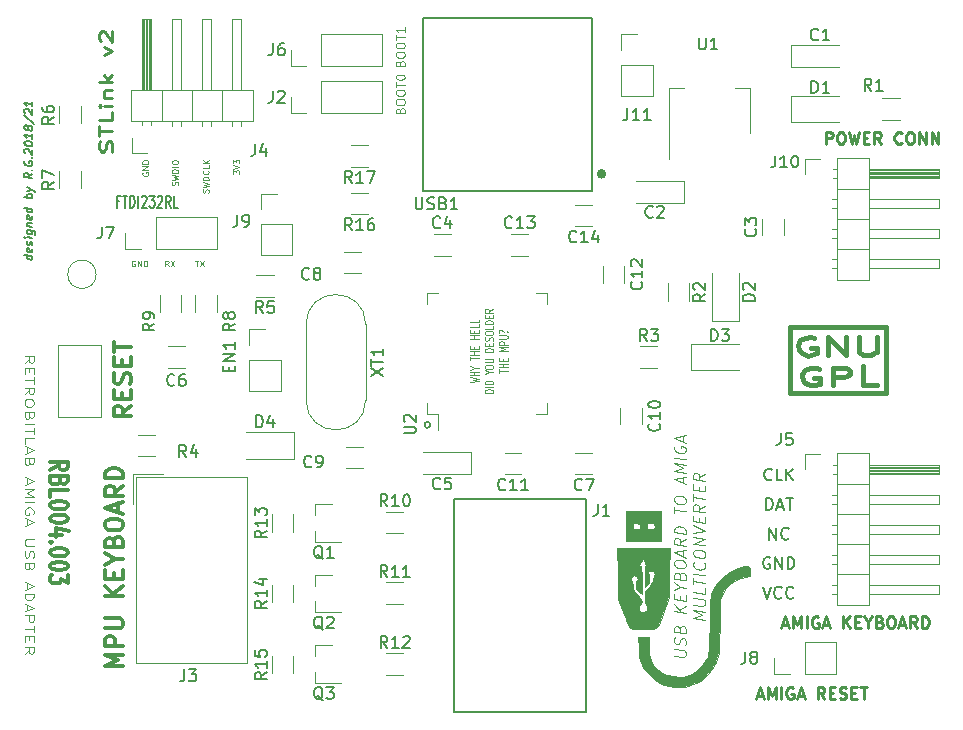
<source format=gto>
%TF.GenerationSoftware,KiCad,Pcbnew,5.1.9+dfsg1-1~bpo10+1*%
%TF.CreationDate,2021-04-16T21:47:52+02:00*%
%TF.ProjectId,StandAlone-Adapter,5374616e-6441-46c6-9f6e-652d41646170,rev?*%
%TF.SameCoordinates,Original*%
%TF.FileFunction,Legend,Top*%
%TF.FilePolarity,Positive*%
%FSLAX46Y46*%
G04 Gerber Fmt 4.6, Leading zero omitted, Abs format (unit mm)*
G04 Created by KiCad (PCBNEW 5.1.9+dfsg1-1~bpo10+1) date 2021-04-16 21:47:52*
%MOMM*%
%LPD*%
G01*
G04 APERTURE LIST*
%ADD10C,0.100000*%
%ADD11C,0.150000*%
%ADD12C,0.125000*%
%ADD13C,0.300000*%
%ADD14C,0.175000*%
%ADD15C,0.275000*%
%ADD16C,0.250000*%
%ADD17C,0.400000*%
%ADD18C,0.127000*%
%ADD19C,0.120000*%
%ADD20C,0.381000*%
%ADD21C,0.010000*%
%ADD22C,0.200000*%
G04 APERTURE END LIST*
D10*
X147364285Y-96642857D02*
X148114285Y-96523809D01*
X147578571Y-96428571D01*
X148114285Y-96333333D01*
X147364285Y-96214285D01*
X148114285Y-96023809D02*
X147364285Y-96023809D01*
X147721428Y-96023809D02*
X147721428Y-95738095D01*
X148114285Y-95738095D02*
X147364285Y-95738095D01*
X147757142Y-95404761D02*
X148114285Y-95404761D01*
X147364285Y-95571428D02*
X147757142Y-95404761D01*
X147364285Y-95238095D01*
X147364285Y-94761904D02*
X147364285Y-94476190D01*
X148114285Y-94619047D02*
X147364285Y-94619047D01*
X148114285Y-94309523D02*
X147364285Y-94309523D01*
X147721428Y-94309523D02*
X147721428Y-94023809D01*
X148114285Y-94023809D02*
X147364285Y-94023809D01*
X147721428Y-93785714D02*
X147721428Y-93619047D01*
X148114285Y-93547619D02*
X148114285Y-93785714D01*
X147364285Y-93785714D01*
X147364285Y-93547619D01*
X148114285Y-92952380D02*
X147364285Y-92952380D01*
X147721428Y-92952380D02*
X147721428Y-92666666D01*
X148114285Y-92666666D02*
X147364285Y-92666666D01*
X147721428Y-92428571D02*
X147721428Y-92261904D01*
X148114285Y-92190476D02*
X148114285Y-92428571D01*
X147364285Y-92428571D01*
X147364285Y-92190476D01*
X148114285Y-91738095D02*
X148114285Y-91976190D01*
X147364285Y-91976190D01*
X148114285Y-91333333D02*
X148114285Y-91571428D01*
X147364285Y-91571428D01*
X149339285Y-97523809D02*
X148589285Y-97523809D01*
X148589285Y-97404761D01*
X148625000Y-97333333D01*
X148696428Y-97285714D01*
X148767857Y-97261904D01*
X148910714Y-97238095D01*
X149017857Y-97238095D01*
X149160714Y-97261904D01*
X149232142Y-97285714D01*
X149303571Y-97333333D01*
X149339285Y-97404761D01*
X149339285Y-97523809D01*
X149339285Y-97023809D02*
X148589285Y-97023809D01*
X149339285Y-96785714D02*
X148589285Y-96785714D01*
X148589285Y-96666666D01*
X148625000Y-96595238D01*
X148696428Y-96547619D01*
X148767857Y-96523809D01*
X148910714Y-96500000D01*
X149017857Y-96500000D01*
X149160714Y-96523809D01*
X149232142Y-96547619D01*
X149303571Y-96595238D01*
X149339285Y-96666666D01*
X149339285Y-96785714D01*
X148982142Y-95809523D02*
X149339285Y-95809523D01*
X148589285Y-95976190D02*
X148982142Y-95809523D01*
X148589285Y-95642857D01*
X148589285Y-95380952D02*
X148589285Y-95285714D01*
X148625000Y-95238095D01*
X148696428Y-95190476D01*
X148839285Y-95166666D01*
X149089285Y-95166666D01*
X149232142Y-95190476D01*
X149303571Y-95238095D01*
X149339285Y-95285714D01*
X149339285Y-95380952D01*
X149303571Y-95428571D01*
X149232142Y-95476190D01*
X149089285Y-95500000D01*
X148839285Y-95500000D01*
X148696428Y-95476190D01*
X148625000Y-95428571D01*
X148589285Y-95380952D01*
X148589285Y-94952380D02*
X149196428Y-94952380D01*
X149267857Y-94928571D01*
X149303571Y-94904761D01*
X149339285Y-94857142D01*
X149339285Y-94761904D01*
X149303571Y-94714285D01*
X149267857Y-94690476D01*
X149196428Y-94666666D01*
X148589285Y-94666666D01*
X149339285Y-94047619D02*
X148589285Y-94047619D01*
X148589285Y-93928571D01*
X148625000Y-93857142D01*
X148696428Y-93809523D01*
X148767857Y-93785714D01*
X148910714Y-93761904D01*
X149017857Y-93761904D01*
X149160714Y-93785714D01*
X149232142Y-93809523D01*
X149303571Y-93857142D01*
X149339285Y-93928571D01*
X149339285Y-94047619D01*
X148946428Y-93547619D02*
X148946428Y-93380952D01*
X149339285Y-93309523D02*
X149339285Y-93547619D01*
X148589285Y-93547619D01*
X148589285Y-93309523D01*
X149303571Y-93119047D02*
X149339285Y-93047619D01*
X149339285Y-92928571D01*
X149303571Y-92880952D01*
X149267857Y-92857142D01*
X149196428Y-92833333D01*
X149125000Y-92833333D01*
X149053571Y-92857142D01*
X149017857Y-92880952D01*
X148982142Y-92928571D01*
X148946428Y-93023809D01*
X148910714Y-93071428D01*
X148875000Y-93095238D01*
X148803571Y-93119047D01*
X148732142Y-93119047D01*
X148660714Y-93095238D01*
X148625000Y-93071428D01*
X148589285Y-93023809D01*
X148589285Y-92904761D01*
X148625000Y-92833333D01*
X148589285Y-92523809D02*
X148589285Y-92428571D01*
X148625000Y-92380952D01*
X148696428Y-92333333D01*
X148839285Y-92309523D01*
X149089285Y-92309523D01*
X149232142Y-92333333D01*
X149303571Y-92380952D01*
X149339285Y-92428571D01*
X149339285Y-92523809D01*
X149303571Y-92571428D01*
X149232142Y-92619047D01*
X149089285Y-92642857D01*
X148839285Y-92642857D01*
X148696428Y-92619047D01*
X148625000Y-92571428D01*
X148589285Y-92523809D01*
X149339285Y-91857142D02*
X149339285Y-92095238D01*
X148589285Y-92095238D01*
X149339285Y-91690476D02*
X148589285Y-91690476D01*
X148589285Y-91571428D01*
X148625000Y-91500000D01*
X148696428Y-91452380D01*
X148767857Y-91428571D01*
X148910714Y-91404761D01*
X149017857Y-91404761D01*
X149160714Y-91428571D01*
X149232142Y-91452380D01*
X149303571Y-91500000D01*
X149339285Y-91571428D01*
X149339285Y-91690476D01*
X148946428Y-91190476D02*
X148946428Y-91023809D01*
X149339285Y-90952380D02*
X149339285Y-91190476D01*
X148589285Y-91190476D01*
X148589285Y-90952380D01*
X149339285Y-90452380D02*
X148982142Y-90619047D01*
X149339285Y-90738095D02*
X148589285Y-90738095D01*
X148589285Y-90547619D01*
X148625000Y-90500000D01*
X148660714Y-90476190D01*
X148732142Y-90452380D01*
X148839285Y-90452380D01*
X148910714Y-90476190D01*
X148946428Y-90500000D01*
X148982142Y-90547619D01*
X148982142Y-90738095D01*
X149814285Y-95833333D02*
X149814285Y-95547619D01*
X150564285Y-95690476D02*
X149814285Y-95690476D01*
X150564285Y-95380952D02*
X149814285Y-95380952D01*
X150171428Y-95380952D02*
X150171428Y-95095238D01*
X150564285Y-95095238D02*
X149814285Y-95095238D01*
X150171428Y-94857142D02*
X150171428Y-94690476D01*
X150564285Y-94619047D02*
X150564285Y-94857142D01*
X149814285Y-94857142D01*
X149814285Y-94619047D01*
X150564285Y-94023809D02*
X149814285Y-94023809D01*
X150350000Y-93857142D01*
X149814285Y-93690476D01*
X150564285Y-93690476D01*
X150564285Y-93452380D02*
X149814285Y-93452380D01*
X149814285Y-93261904D01*
X149850000Y-93214285D01*
X149885714Y-93190476D01*
X149957142Y-93166666D01*
X150064285Y-93166666D01*
X150135714Y-93190476D01*
X150171428Y-93214285D01*
X150207142Y-93261904D01*
X150207142Y-93452380D01*
X149814285Y-92952380D02*
X150421428Y-92952380D01*
X150492857Y-92928571D01*
X150528571Y-92904761D01*
X150564285Y-92857142D01*
X150564285Y-92761904D01*
X150528571Y-92714285D01*
X150492857Y-92690476D01*
X150421428Y-92666666D01*
X149814285Y-92666666D01*
X150492857Y-92357142D02*
X150528571Y-92333333D01*
X150564285Y-92357142D01*
X150528571Y-92380952D01*
X150492857Y-92357142D01*
X150564285Y-92357142D01*
X149850000Y-92452380D02*
X149814285Y-92404761D01*
X149814285Y-92285714D01*
X149850000Y-92238095D01*
X149921428Y-92214285D01*
X149992857Y-92214285D01*
X150064285Y-92238095D01*
X150100000Y-92261904D01*
X150135714Y-92309523D01*
X150171428Y-92333333D01*
X150242857Y-92357142D01*
X150278571Y-92357142D01*
X141446428Y-73625000D02*
X141482142Y-73517857D01*
X141517857Y-73482142D01*
X141589285Y-73446428D01*
X141696428Y-73446428D01*
X141767857Y-73482142D01*
X141803571Y-73517857D01*
X141839285Y-73589285D01*
X141839285Y-73875000D01*
X141089285Y-73875000D01*
X141089285Y-73625000D01*
X141125000Y-73553571D01*
X141160714Y-73517857D01*
X141232142Y-73482142D01*
X141303571Y-73482142D01*
X141375000Y-73517857D01*
X141410714Y-73553571D01*
X141446428Y-73625000D01*
X141446428Y-73875000D01*
X141089285Y-72982142D02*
X141089285Y-72839285D01*
X141125000Y-72767857D01*
X141196428Y-72696428D01*
X141339285Y-72660714D01*
X141589285Y-72660714D01*
X141732142Y-72696428D01*
X141803571Y-72767857D01*
X141839285Y-72839285D01*
X141839285Y-72982142D01*
X141803571Y-73053571D01*
X141732142Y-73125000D01*
X141589285Y-73160714D01*
X141339285Y-73160714D01*
X141196428Y-73125000D01*
X141125000Y-73053571D01*
X141089285Y-72982142D01*
X141089285Y-72196428D02*
X141089285Y-72053571D01*
X141125000Y-71982142D01*
X141196428Y-71910714D01*
X141339285Y-71875000D01*
X141589285Y-71875000D01*
X141732142Y-71910714D01*
X141803571Y-71982142D01*
X141839285Y-72053571D01*
X141839285Y-72196428D01*
X141803571Y-72267857D01*
X141732142Y-72339285D01*
X141589285Y-72375000D01*
X141339285Y-72375000D01*
X141196428Y-72339285D01*
X141125000Y-72267857D01*
X141089285Y-72196428D01*
X141089285Y-71660714D02*
X141089285Y-71232142D01*
X141839285Y-71446428D02*
X141089285Y-71446428D01*
X141089285Y-70839285D02*
X141089285Y-70767857D01*
X141125000Y-70696428D01*
X141160714Y-70660714D01*
X141232142Y-70625000D01*
X141375000Y-70589285D01*
X141553571Y-70589285D01*
X141696428Y-70625000D01*
X141767857Y-70660714D01*
X141803571Y-70696428D01*
X141839285Y-70767857D01*
X141839285Y-70839285D01*
X141803571Y-70910714D01*
X141767857Y-70946428D01*
X141696428Y-70982142D01*
X141553571Y-71017857D01*
X141375000Y-71017857D01*
X141232142Y-70982142D01*
X141160714Y-70946428D01*
X141125000Y-70910714D01*
X141089285Y-70839285D01*
X141446428Y-69625000D02*
X141482142Y-69517857D01*
X141517857Y-69482142D01*
X141589285Y-69446428D01*
X141696428Y-69446428D01*
X141767857Y-69482142D01*
X141803571Y-69517857D01*
X141839285Y-69589285D01*
X141839285Y-69875000D01*
X141089285Y-69875000D01*
X141089285Y-69625000D01*
X141125000Y-69553571D01*
X141160714Y-69517857D01*
X141232142Y-69482142D01*
X141303571Y-69482142D01*
X141375000Y-69517857D01*
X141410714Y-69553571D01*
X141446428Y-69625000D01*
X141446428Y-69875000D01*
X141089285Y-68982142D02*
X141089285Y-68839285D01*
X141125000Y-68767857D01*
X141196428Y-68696428D01*
X141339285Y-68660714D01*
X141589285Y-68660714D01*
X141732142Y-68696428D01*
X141803571Y-68767857D01*
X141839285Y-68839285D01*
X141839285Y-68982142D01*
X141803571Y-69053571D01*
X141732142Y-69125000D01*
X141589285Y-69160714D01*
X141339285Y-69160714D01*
X141196428Y-69125000D01*
X141125000Y-69053571D01*
X141089285Y-68982142D01*
X141089285Y-68196428D02*
X141089285Y-68053571D01*
X141125000Y-67982142D01*
X141196428Y-67910714D01*
X141339285Y-67875000D01*
X141589285Y-67875000D01*
X141732142Y-67910714D01*
X141803571Y-67982142D01*
X141839285Y-68053571D01*
X141839285Y-68196428D01*
X141803571Y-68267857D01*
X141732142Y-68339285D01*
X141589285Y-68375000D01*
X141339285Y-68375000D01*
X141196428Y-68339285D01*
X141125000Y-68267857D01*
X141089285Y-68196428D01*
X141089285Y-67660714D02*
X141089285Y-67232142D01*
X141839285Y-67446428D02*
X141089285Y-67446428D01*
X141839285Y-66589285D02*
X141839285Y-67017857D01*
X141839285Y-66803571D02*
X141089285Y-66803571D01*
X141196428Y-66875000D01*
X141267857Y-66946428D01*
X141303571Y-67017857D01*
D11*
X144000000Y-100250000D02*
G75*
G03*
X144000000Y-100250000I-250000J0D01*
G01*
D12*
X164639880Y-119782477D02*
X165449404Y-119883668D01*
X165544642Y-119847953D01*
X165592261Y-119806287D01*
X165639880Y-119717001D01*
X165639880Y-119526525D01*
X165592261Y-119425334D01*
X165544642Y-119371763D01*
X165449404Y-119312239D01*
X164639880Y-119211049D01*
X165592261Y-118901525D02*
X165639880Y-118764620D01*
X165639880Y-118526525D01*
X165592261Y-118425334D01*
X165544642Y-118371763D01*
X165449404Y-118312239D01*
X165354166Y-118300334D01*
X165258928Y-118336049D01*
X165211309Y-118377715D01*
X165163690Y-118467001D01*
X165116071Y-118651525D01*
X165068452Y-118740811D01*
X165020833Y-118782477D01*
X164925595Y-118818191D01*
X164830357Y-118806287D01*
X164735119Y-118746763D01*
X164687500Y-118693191D01*
X164639880Y-118592001D01*
X164639880Y-118353906D01*
X164687500Y-118217001D01*
X165116071Y-117508668D02*
X165163690Y-117371763D01*
X165211309Y-117330096D01*
X165306547Y-117294382D01*
X165449404Y-117312239D01*
X165544642Y-117371763D01*
X165592261Y-117425334D01*
X165639880Y-117526525D01*
X165639880Y-117907477D01*
X164639880Y-117782477D01*
X164639880Y-117449144D01*
X164687500Y-117359858D01*
X164735119Y-117318191D01*
X164830357Y-117282477D01*
X164925595Y-117294382D01*
X165020833Y-117353906D01*
X165068452Y-117407477D01*
X165116071Y-117508668D01*
X165116071Y-117842001D01*
X165639880Y-116145572D02*
X164639880Y-116020572D01*
X165639880Y-115574144D02*
X165068452Y-115931287D01*
X164639880Y-115449144D02*
X165211309Y-116092001D01*
X165116071Y-115080096D02*
X165116071Y-114746763D01*
X165639880Y-114669382D02*
X165639880Y-115145572D01*
X164639880Y-115020572D01*
X164639880Y-114544382D01*
X165163690Y-113990811D02*
X165639880Y-114050334D01*
X164639880Y-114258668D02*
X165163690Y-113990811D01*
X164639880Y-113592001D01*
X165116071Y-112984858D02*
X165163690Y-112847953D01*
X165211309Y-112806287D01*
X165306547Y-112770572D01*
X165449404Y-112788430D01*
X165544642Y-112847953D01*
X165592261Y-112901525D01*
X165639880Y-113002715D01*
X165639880Y-113383668D01*
X164639880Y-113258668D01*
X164639880Y-112925334D01*
X164687500Y-112836049D01*
X164735119Y-112794382D01*
X164830357Y-112758668D01*
X164925595Y-112770572D01*
X165020833Y-112830096D01*
X165068452Y-112883668D01*
X165116071Y-112984858D01*
X165116071Y-113318191D01*
X164639880Y-112068191D02*
X164639880Y-111877715D01*
X164687500Y-111788430D01*
X164782738Y-111705096D01*
X164973214Y-111681287D01*
X165306547Y-111722953D01*
X165497023Y-111794382D01*
X165592261Y-111901525D01*
X165639880Y-112002715D01*
X165639880Y-112193191D01*
X165592261Y-112282477D01*
X165497023Y-112365811D01*
X165306547Y-112389620D01*
X164973214Y-112347953D01*
X164782738Y-112276525D01*
X164687500Y-112169382D01*
X164639880Y-112068191D01*
X165354166Y-111347953D02*
X165354166Y-110871763D01*
X165639880Y-111478906D02*
X164639880Y-111020572D01*
X165639880Y-110812239D01*
X165639880Y-109907477D02*
X165163690Y-110181287D01*
X165639880Y-110478906D02*
X164639880Y-110353906D01*
X164639880Y-109972953D01*
X164687500Y-109883668D01*
X164735119Y-109842001D01*
X164830357Y-109806287D01*
X164973214Y-109824144D01*
X165068452Y-109883668D01*
X165116071Y-109937239D01*
X165163690Y-110038430D01*
X165163690Y-110419382D01*
X165639880Y-109478906D02*
X164639880Y-109353906D01*
X164639880Y-109115811D01*
X164687500Y-108978906D01*
X164782738Y-108895572D01*
X164877976Y-108859858D01*
X165068452Y-108836049D01*
X165211309Y-108853906D01*
X165401785Y-108925334D01*
X165497023Y-108984858D01*
X165592261Y-109092001D01*
X165639880Y-109240811D01*
X165639880Y-109478906D01*
X164639880Y-107734858D02*
X164639880Y-107163430D01*
X165639880Y-107574144D02*
X164639880Y-107449144D01*
X164639880Y-106639620D02*
X164639880Y-106449144D01*
X164687500Y-106359858D01*
X164782738Y-106276525D01*
X164973214Y-106252715D01*
X165306547Y-106294382D01*
X165497023Y-106365811D01*
X165592261Y-106472953D01*
X165639880Y-106574144D01*
X165639880Y-106764620D01*
X165592261Y-106853906D01*
X165497023Y-106937239D01*
X165306547Y-106961049D01*
X164973214Y-106919382D01*
X164782738Y-106847953D01*
X164687500Y-106740811D01*
X164639880Y-106639620D01*
X165354166Y-105157477D02*
X165354166Y-104681287D01*
X165639880Y-105288430D02*
X164639880Y-104830096D01*
X165639880Y-104621763D01*
X165639880Y-104288430D02*
X164639880Y-104163430D01*
X165354166Y-103919382D01*
X164639880Y-103496763D01*
X165639880Y-103621763D01*
X165639880Y-103145572D02*
X164639880Y-103020572D01*
X164687500Y-102026525D02*
X164639880Y-102115811D01*
X164639880Y-102258668D01*
X164687500Y-102407477D01*
X164782738Y-102514620D01*
X164877976Y-102574144D01*
X165068452Y-102645572D01*
X165211309Y-102663430D01*
X165401785Y-102639620D01*
X165497023Y-102603906D01*
X165592261Y-102520572D01*
X165639880Y-102383668D01*
X165639880Y-102288430D01*
X165592261Y-102139620D01*
X165544642Y-102086049D01*
X165211309Y-102044382D01*
X165211309Y-102234858D01*
X165354166Y-101681287D02*
X165354166Y-101205096D01*
X165639880Y-101812239D02*
X164639880Y-101353906D01*
X165639880Y-101145572D01*
X167264880Y-116740811D02*
X166264880Y-116615811D01*
X166979166Y-116371763D01*
X166264880Y-115949144D01*
X167264880Y-116074144D01*
X166264880Y-115472953D02*
X167074404Y-115574144D01*
X167169642Y-115538430D01*
X167217261Y-115496763D01*
X167264880Y-115407477D01*
X167264880Y-115217001D01*
X167217261Y-115115811D01*
X167169642Y-115062239D01*
X167074404Y-115002715D01*
X166264880Y-114901525D01*
X167264880Y-114074144D02*
X167264880Y-114550334D01*
X166264880Y-114425334D01*
X166264880Y-113758668D02*
X166264880Y-113187239D01*
X167264880Y-113597953D02*
X166264880Y-113472953D01*
X167264880Y-112978906D02*
X166264880Y-112853906D01*
X167169642Y-111919382D02*
X167217261Y-111972953D01*
X167264880Y-112121763D01*
X167264880Y-112217001D01*
X167217261Y-112353906D01*
X167122023Y-112437239D01*
X167026785Y-112472953D01*
X166836309Y-112496763D01*
X166693452Y-112478906D01*
X166502976Y-112407477D01*
X166407738Y-112347953D01*
X166312500Y-112240811D01*
X166264880Y-112092001D01*
X166264880Y-111996763D01*
X166312500Y-111859858D01*
X166360119Y-111818191D01*
X166264880Y-111187239D02*
X166264880Y-110996763D01*
X166312500Y-110907477D01*
X166407738Y-110824144D01*
X166598214Y-110800334D01*
X166931547Y-110842001D01*
X167122023Y-110913430D01*
X167217261Y-111020572D01*
X167264880Y-111121763D01*
X167264880Y-111312239D01*
X167217261Y-111401525D01*
X167122023Y-111484858D01*
X166931547Y-111508668D01*
X166598214Y-111467001D01*
X166407738Y-111395572D01*
X166312500Y-111288430D01*
X166264880Y-111187239D01*
X167264880Y-110455096D02*
X166264880Y-110330096D01*
X167264880Y-109883668D01*
X166264880Y-109758668D01*
X166264880Y-109425334D02*
X167264880Y-109217001D01*
X166264880Y-108758668D01*
X166741071Y-108484858D02*
X166741071Y-108151525D01*
X167264880Y-108074144D02*
X167264880Y-108550334D01*
X166264880Y-108425334D01*
X166264880Y-107949144D01*
X167264880Y-107074144D02*
X166788690Y-107347953D01*
X167264880Y-107645572D02*
X166264880Y-107520572D01*
X166264880Y-107139620D01*
X166312500Y-107050334D01*
X166360119Y-107008668D01*
X166455357Y-106972953D01*
X166598214Y-106990811D01*
X166693452Y-107050334D01*
X166741071Y-107103906D01*
X166788690Y-107205096D01*
X166788690Y-107586049D01*
X166264880Y-106663430D02*
X166264880Y-106092001D01*
X167264880Y-106502715D02*
X166264880Y-106377715D01*
X166741071Y-105818191D02*
X166741071Y-105484858D01*
X167264880Y-105407477D02*
X167264880Y-105883668D01*
X166264880Y-105758668D01*
X166264880Y-105282477D01*
X167264880Y-104407477D02*
X166788690Y-104681287D01*
X167264880Y-104978906D02*
X166264880Y-104853906D01*
X166264880Y-104472953D01*
X166312500Y-104383668D01*
X166360119Y-104342001D01*
X166455357Y-104306287D01*
X166598214Y-104324144D01*
X166693452Y-104383668D01*
X166741071Y-104437239D01*
X166788690Y-104538430D01*
X166788690Y-104919382D01*
D11*
X110316666Y-85940312D02*
X109616666Y-85852812D01*
X110283333Y-85936145D02*
X110316666Y-86006979D01*
X110316666Y-86140312D01*
X110283333Y-86202812D01*
X110250000Y-86231979D01*
X110183333Y-86256979D01*
X109983333Y-86231979D01*
X109916666Y-86190312D01*
X109883333Y-86152812D01*
X109850000Y-86081979D01*
X109850000Y-85948645D01*
X109883333Y-85886145D01*
X110283333Y-85336145D02*
X110316666Y-85406979D01*
X110316666Y-85540312D01*
X110283333Y-85602812D01*
X110216666Y-85627812D01*
X109950000Y-85594479D01*
X109883333Y-85552812D01*
X109850000Y-85481979D01*
X109850000Y-85348645D01*
X109883333Y-85286145D01*
X109950000Y-85261145D01*
X110016666Y-85269479D01*
X110083333Y-85611145D01*
X110283333Y-85036145D02*
X110316666Y-84973645D01*
X110316666Y-84840312D01*
X110283333Y-84769479D01*
X110216666Y-84727812D01*
X110183333Y-84723645D01*
X110116666Y-84748645D01*
X110083333Y-84811145D01*
X110083333Y-84911145D01*
X110050000Y-84973645D01*
X109983333Y-84998645D01*
X109950000Y-84994479D01*
X109883333Y-84952812D01*
X109850000Y-84881979D01*
X109850000Y-84781979D01*
X109883333Y-84719479D01*
X110316666Y-84440312D02*
X109850000Y-84381979D01*
X109616666Y-84352812D02*
X109650000Y-84390312D01*
X109683333Y-84361145D01*
X109650000Y-84323645D01*
X109616666Y-84352812D01*
X109683333Y-84361145D01*
X109850000Y-83748645D02*
X110416666Y-83819479D01*
X110483333Y-83861145D01*
X110516666Y-83898645D01*
X110550000Y-83969479D01*
X110550000Y-84069479D01*
X110516666Y-84131979D01*
X110283333Y-83802812D02*
X110316666Y-83873645D01*
X110316666Y-84006979D01*
X110283333Y-84069479D01*
X110250000Y-84098645D01*
X110183333Y-84123645D01*
X109983333Y-84098645D01*
X109916666Y-84056979D01*
X109883333Y-84019479D01*
X109850000Y-83948645D01*
X109850000Y-83815312D01*
X109883333Y-83752812D01*
X109850000Y-83415312D02*
X110316666Y-83473645D01*
X109916666Y-83423645D02*
X109883333Y-83386145D01*
X109850000Y-83315312D01*
X109850000Y-83215312D01*
X109883333Y-83152812D01*
X109950000Y-83127812D01*
X110316666Y-83173645D01*
X110283333Y-82569479D02*
X110316666Y-82640312D01*
X110316666Y-82773645D01*
X110283333Y-82836145D01*
X110216666Y-82861145D01*
X109950000Y-82827812D01*
X109883333Y-82786145D01*
X109850000Y-82715312D01*
X109850000Y-82581979D01*
X109883333Y-82519479D01*
X109950000Y-82494479D01*
X110016666Y-82502812D01*
X110083333Y-82844479D01*
X110316666Y-81940312D02*
X109616666Y-81852812D01*
X110283333Y-81936145D02*
X110316666Y-82006979D01*
X110316666Y-82140312D01*
X110283333Y-82202812D01*
X110250000Y-82231979D01*
X110183333Y-82256979D01*
X109983333Y-82231979D01*
X109916666Y-82190312D01*
X109883333Y-82152812D01*
X109850000Y-82081979D01*
X109850000Y-81948645D01*
X109883333Y-81886145D01*
X110316666Y-81073645D02*
X109616666Y-80986145D01*
X109883333Y-81019479D02*
X109850000Y-80948645D01*
X109850000Y-80815312D01*
X109883333Y-80752812D01*
X109916666Y-80723645D01*
X109983333Y-80698645D01*
X110183333Y-80723645D01*
X110250000Y-80765312D01*
X110283333Y-80802812D01*
X110316666Y-80873645D01*
X110316666Y-81006979D01*
X110283333Y-81069479D01*
X109850000Y-80448645D02*
X110316666Y-80340312D01*
X109850000Y-80115312D02*
X110316666Y-80340312D01*
X110483333Y-80427812D01*
X110516666Y-80465312D01*
X110550000Y-80536145D01*
X110316666Y-78973645D02*
X109983333Y-79165312D01*
X110316666Y-79373645D02*
X109616666Y-79286145D01*
X109616666Y-79019479D01*
X109650000Y-78956979D01*
X109683333Y-78927812D01*
X109750000Y-78902812D01*
X109850000Y-78915312D01*
X109916666Y-78956979D01*
X109950000Y-78994479D01*
X109983333Y-79065312D01*
X109983333Y-79331979D01*
X110250000Y-78665312D02*
X110283333Y-78636145D01*
X110316666Y-78673645D01*
X110283333Y-78702812D01*
X110250000Y-78665312D01*
X110316666Y-78673645D01*
X109650000Y-77890312D02*
X109616666Y-77952812D01*
X109616666Y-78052812D01*
X109650000Y-78156979D01*
X109716666Y-78231979D01*
X109783333Y-78273645D01*
X109916666Y-78323645D01*
X110016666Y-78336145D01*
X110150000Y-78319479D01*
X110216666Y-78294479D01*
X110283333Y-78236145D01*
X110316666Y-78140312D01*
X110316666Y-78073645D01*
X110283333Y-77969479D01*
X110250000Y-77931979D01*
X110016666Y-77902812D01*
X110016666Y-78036145D01*
X110250000Y-77631979D02*
X110283333Y-77602812D01*
X110316666Y-77640312D01*
X110283333Y-77669479D01*
X110250000Y-77631979D01*
X110316666Y-77640312D01*
X109683333Y-77261145D02*
X109650000Y-77223645D01*
X109616666Y-77152812D01*
X109616666Y-76986145D01*
X109650000Y-76923645D01*
X109683333Y-76894479D01*
X109750000Y-76869479D01*
X109816666Y-76877812D01*
X109916666Y-76923645D01*
X110316666Y-77373645D01*
X110316666Y-76940312D01*
X109616666Y-76419479D02*
X109616666Y-76352812D01*
X109650000Y-76290312D01*
X109683333Y-76261145D01*
X109750000Y-76236145D01*
X109883333Y-76219479D01*
X110050000Y-76240312D01*
X110183333Y-76290312D01*
X110250000Y-76331979D01*
X110283333Y-76369479D01*
X110316666Y-76440312D01*
X110316666Y-76506979D01*
X110283333Y-76569479D01*
X110250000Y-76598645D01*
X110183333Y-76623645D01*
X110050000Y-76640312D01*
X109883333Y-76619479D01*
X109750000Y-76569479D01*
X109683333Y-76527812D01*
X109650000Y-76490312D01*
X109616666Y-76419479D01*
X110316666Y-75606979D02*
X110316666Y-76006979D01*
X110316666Y-75806979D02*
X109616666Y-75719479D01*
X109716666Y-75798645D01*
X109783333Y-75873645D01*
X109816666Y-75944479D01*
X109916666Y-75156979D02*
X109883333Y-75219479D01*
X109850000Y-75248645D01*
X109783333Y-75273645D01*
X109750000Y-75269479D01*
X109683333Y-75227812D01*
X109650000Y-75190312D01*
X109616666Y-75119479D01*
X109616666Y-74986145D01*
X109650000Y-74923645D01*
X109683333Y-74894479D01*
X109750000Y-74869479D01*
X109783333Y-74873645D01*
X109850000Y-74915312D01*
X109883333Y-74952812D01*
X109916666Y-75023645D01*
X109916666Y-75156979D01*
X109950000Y-75227812D01*
X109983333Y-75265312D01*
X110050000Y-75306979D01*
X110183333Y-75323645D01*
X110250000Y-75298645D01*
X110283333Y-75269479D01*
X110316666Y-75206979D01*
X110316666Y-75073645D01*
X110283333Y-75002812D01*
X110250000Y-74965312D01*
X110183333Y-74923645D01*
X110050000Y-74906979D01*
X109983333Y-74931979D01*
X109950000Y-74961145D01*
X109916666Y-75023645D01*
X109583333Y-74048645D02*
X110483333Y-74761145D01*
X109683333Y-73861145D02*
X109650000Y-73823645D01*
X109616666Y-73752812D01*
X109616666Y-73586145D01*
X109650000Y-73523645D01*
X109683333Y-73494479D01*
X109750000Y-73469479D01*
X109816666Y-73477812D01*
X109916666Y-73523645D01*
X110316666Y-73973645D01*
X110316666Y-73540312D01*
X110316666Y-72873645D02*
X110316666Y-73273645D01*
X110316666Y-73073645D02*
X109616666Y-72986145D01*
X109716666Y-73065312D01*
X109783333Y-73140312D01*
X109816666Y-73211145D01*
X172714285Y-109952380D02*
X172714285Y-108952380D01*
X173285714Y-109952380D01*
X173285714Y-108952380D01*
X174333333Y-109857142D02*
X174285714Y-109904761D01*
X174142857Y-109952380D01*
X174047619Y-109952380D01*
X173904761Y-109904761D01*
X173809523Y-109809523D01*
X173761904Y-109714285D01*
X173714285Y-109523809D01*
X173714285Y-109380952D01*
X173761904Y-109190476D01*
X173809523Y-109095238D01*
X173904761Y-109000000D01*
X174047619Y-108952380D01*
X174142857Y-108952380D01*
X174285714Y-109000000D01*
X174333333Y-109047619D01*
X172166666Y-113952380D02*
X172500000Y-114952380D01*
X172833333Y-113952380D01*
X173738095Y-114857142D02*
X173690476Y-114904761D01*
X173547619Y-114952380D01*
X173452380Y-114952380D01*
X173309523Y-114904761D01*
X173214285Y-114809523D01*
X173166666Y-114714285D01*
X173119047Y-114523809D01*
X173119047Y-114380952D01*
X173166666Y-114190476D01*
X173214285Y-114095238D01*
X173309523Y-114000000D01*
X173452380Y-113952380D01*
X173547619Y-113952380D01*
X173690476Y-114000000D01*
X173738095Y-114047619D01*
X174738095Y-114857142D02*
X174690476Y-114904761D01*
X174547619Y-114952380D01*
X174452380Y-114952380D01*
X174309523Y-114904761D01*
X174214285Y-114809523D01*
X174166666Y-114714285D01*
X174119047Y-114523809D01*
X174119047Y-114380952D01*
X174166666Y-114190476D01*
X174214285Y-114095238D01*
X174309523Y-114000000D01*
X174452380Y-113952380D01*
X174547619Y-113952380D01*
X174690476Y-114000000D01*
X174738095Y-114047619D01*
X172738095Y-111500000D02*
X172642857Y-111452380D01*
X172500000Y-111452380D01*
X172357142Y-111500000D01*
X172261904Y-111595238D01*
X172214285Y-111690476D01*
X172166666Y-111880952D01*
X172166666Y-112023809D01*
X172214285Y-112214285D01*
X172261904Y-112309523D01*
X172357142Y-112404761D01*
X172500000Y-112452380D01*
X172595238Y-112452380D01*
X172738095Y-112404761D01*
X172785714Y-112357142D01*
X172785714Y-112023809D01*
X172595238Y-112023809D01*
X173214285Y-112452380D02*
X173214285Y-111452380D01*
X173785714Y-112452380D01*
X173785714Y-111452380D01*
X174261904Y-112452380D02*
X174261904Y-111452380D01*
X174500000Y-111452380D01*
X174642857Y-111500000D01*
X174738095Y-111595238D01*
X174785714Y-111690476D01*
X174833333Y-111880952D01*
X174833333Y-112023809D01*
X174785714Y-112214285D01*
X174738095Y-112309523D01*
X174642857Y-112404761D01*
X174500000Y-112452380D01*
X174261904Y-112452380D01*
X172428571Y-107452380D02*
X172428571Y-106452380D01*
X172666666Y-106452380D01*
X172809523Y-106500000D01*
X172904761Y-106595238D01*
X172952380Y-106690476D01*
X173000000Y-106880952D01*
X173000000Y-107023809D01*
X172952380Y-107214285D01*
X172904761Y-107309523D01*
X172809523Y-107404761D01*
X172666666Y-107452380D01*
X172428571Y-107452380D01*
X173380952Y-107166666D02*
X173857142Y-107166666D01*
X173285714Y-107452380D02*
X173619047Y-106452380D01*
X173952380Y-107452380D01*
X174142857Y-106452380D02*
X174714285Y-106452380D01*
X174428571Y-107452380D02*
X174428571Y-106452380D01*
X172904761Y-104857142D02*
X172857142Y-104904761D01*
X172714285Y-104952380D01*
X172619047Y-104952380D01*
X172476190Y-104904761D01*
X172380952Y-104809523D01*
X172333333Y-104714285D01*
X172285714Y-104523809D01*
X172285714Y-104380952D01*
X172333333Y-104190476D01*
X172380952Y-104095238D01*
X172476190Y-104000000D01*
X172619047Y-103952380D01*
X172714285Y-103952380D01*
X172857142Y-104000000D01*
X172904761Y-104047619D01*
X173809523Y-104952380D02*
X173333333Y-104952380D01*
X173333333Y-103952380D01*
X174142857Y-104952380D02*
X174142857Y-103952380D01*
X174714285Y-104952380D02*
X174285714Y-104380952D01*
X174714285Y-103952380D02*
X174142857Y-104523809D01*
D12*
X109660714Y-95000000D02*
X110017857Y-94666666D01*
X109660714Y-94428571D02*
X110410714Y-94428571D01*
X110410714Y-94809523D01*
X110375000Y-94904761D01*
X110339285Y-94952380D01*
X110267857Y-95000000D01*
X110160714Y-95000000D01*
X110089285Y-94952380D01*
X110053571Y-94904761D01*
X110017857Y-94809523D01*
X110017857Y-94428571D01*
X110053571Y-95428571D02*
X110053571Y-95761904D01*
X109660714Y-95904761D02*
X109660714Y-95428571D01*
X110410714Y-95428571D01*
X110410714Y-95904761D01*
X110410714Y-96190476D02*
X110410714Y-96761904D01*
X109660714Y-96476190D02*
X110410714Y-96476190D01*
X109660714Y-97666666D02*
X110017857Y-97333333D01*
X109660714Y-97095238D02*
X110410714Y-97095238D01*
X110410714Y-97476190D01*
X110375000Y-97571428D01*
X110339285Y-97619047D01*
X110267857Y-97666666D01*
X110160714Y-97666666D01*
X110089285Y-97619047D01*
X110053571Y-97571428D01*
X110017857Y-97476190D01*
X110017857Y-97095238D01*
X110410714Y-98285714D02*
X110410714Y-98476190D01*
X110375000Y-98571428D01*
X110303571Y-98666666D01*
X110160714Y-98714285D01*
X109910714Y-98714285D01*
X109767857Y-98666666D01*
X109696428Y-98571428D01*
X109660714Y-98476190D01*
X109660714Y-98285714D01*
X109696428Y-98190476D01*
X109767857Y-98095238D01*
X109910714Y-98047619D01*
X110160714Y-98047619D01*
X110303571Y-98095238D01*
X110375000Y-98190476D01*
X110410714Y-98285714D01*
X110053571Y-99476190D02*
X110017857Y-99619047D01*
X109982142Y-99666666D01*
X109910714Y-99714285D01*
X109803571Y-99714285D01*
X109732142Y-99666666D01*
X109696428Y-99619047D01*
X109660714Y-99523809D01*
X109660714Y-99142857D01*
X110410714Y-99142857D01*
X110410714Y-99476190D01*
X110375000Y-99571428D01*
X110339285Y-99619047D01*
X110267857Y-99666666D01*
X110196428Y-99666666D01*
X110125000Y-99619047D01*
X110089285Y-99571428D01*
X110053571Y-99476190D01*
X110053571Y-99142857D01*
X109660714Y-100142857D02*
X110410714Y-100142857D01*
X110410714Y-100476190D02*
X110410714Y-101047619D01*
X109660714Y-100761904D02*
X110410714Y-100761904D01*
X109660714Y-101857142D02*
X109660714Y-101380952D01*
X110410714Y-101380952D01*
X109875000Y-102142857D02*
X109875000Y-102619047D01*
X109660714Y-102047619D02*
X110410714Y-102380952D01*
X109660714Y-102714285D01*
X110053571Y-103380952D02*
X110017857Y-103523809D01*
X109982142Y-103571428D01*
X109910714Y-103619047D01*
X109803571Y-103619047D01*
X109732142Y-103571428D01*
X109696428Y-103523809D01*
X109660714Y-103428571D01*
X109660714Y-103047619D01*
X110410714Y-103047619D01*
X110410714Y-103380952D01*
X110375000Y-103476190D01*
X110339285Y-103523809D01*
X110267857Y-103571428D01*
X110196428Y-103571428D01*
X110125000Y-103523809D01*
X110089285Y-103476190D01*
X110053571Y-103380952D01*
X110053571Y-103047619D01*
X109875000Y-104761904D02*
X109875000Y-105238095D01*
X109660714Y-104666666D02*
X110410714Y-105000000D01*
X109660714Y-105333333D01*
X109660714Y-105666666D02*
X110410714Y-105666666D01*
X109875000Y-106000000D01*
X110410714Y-106333333D01*
X109660714Y-106333333D01*
X109660714Y-106809523D02*
X110410714Y-106809523D01*
X110375000Y-107809523D02*
X110410714Y-107714285D01*
X110410714Y-107571428D01*
X110375000Y-107428571D01*
X110303571Y-107333333D01*
X110232142Y-107285714D01*
X110089285Y-107238095D01*
X109982142Y-107238095D01*
X109839285Y-107285714D01*
X109767857Y-107333333D01*
X109696428Y-107428571D01*
X109660714Y-107571428D01*
X109660714Y-107666666D01*
X109696428Y-107809523D01*
X109732142Y-107857142D01*
X109982142Y-107857142D01*
X109982142Y-107666666D01*
X109875000Y-108238095D02*
X109875000Y-108714285D01*
X109660714Y-108142857D02*
X110410714Y-108476190D01*
X109660714Y-108809523D01*
X110410714Y-109904761D02*
X109803571Y-109904761D01*
X109732142Y-109952380D01*
X109696428Y-110000000D01*
X109660714Y-110095238D01*
X109660714Y-110285714D01*
X109696428Y-110380952D01*
X109732142Y-110428571D01*
X109803571Y-110476190D01*
X110410714Y-110476190D01*
X109696428Y-110904761D02*
X109660714Y-111047619D01*
X109660714Y-111285714D01*
X109696428Y-111380952D01*
X109732142Y-111428571D01*
X109803571Y-111476190D01*
X109875000Y-111476190D01*
X109946428Y-111428571D01*
X109982142Y-111380952D01*
X110017857Y-111285714D01*
X110053571Y-111095238D01*
X110089285Y-111000000D01*
X110125000Y-110952380D01*
X110196428Y-110904761D01*
X110267857Y-110904761D01*
X110339285Y-110952380D01*
X110375000Y-111000000D01*
X110410714Y-111095238D01*
X110410714Y-111333333D01*
X110375000Y-111476190D01*
X110053571Y-112238095D02*
X110017857Y-112380952D01*
X109982142Y-112428571D01*
X109910714Y-112476190D01*
X109803571Y-112476190D01*
X109732142Y-112428571D01*
X109696428Y-112380952D01*
X109660714Y-112285714D01*
X109660714Y-111904761D01*
X110410714Y-111904761D01*
X110410714Y-112238095D01*
X110375000Y-112333333D01*
X110339285Y-112380952D01*
X110267857Y-112428571D01*
X110196428Y-112428571D01*
X110125000Y-112380952D01*
X110089285Y-112333333D01*
X110053571Y-112238095D01*
X110053571Y-111904761D01*
X109875000Y-113619047D02*
X109875000Y-114095238D01*
X109660714Y-113523809D02*
X110410714Y-113857142D01*
X109660714Y-114190476D01*
X109660714Y-114523809D02*
X110410714Y-114523809D01*
X110410714Y-114761904D01*
X110375000Y-114904761D01*
X110303571Y-115000000D01*
X110232142Y-115047619D01*
X110089285Y-115095238D01*
X109982142Y-115095238D01*
X109839285Y-115047619D01*
X109767857Y-115000000D01*
X109696428Y-114904761D01*
X109660714Y-114761904D01*
X109660714Y-114523809D01*
X109875000Y-115476190D02*
X109875000Y-115952380D01*
X109660714Y-115380952D02*
X110410714Y-115714285D01*
X109660714Y-116047619D01*
X109660714Y-116380952D02*
X110410714Y-116380952D01*
X110410714Y-116761904D01*
X110375000Y-116857142D01*
X110339285Y-116904761D01*
X110267857Y-116952380D01*
X110160714Y-116952380D01*
X110089285Y-116904761D01*
X110053571Y-116857142D01*
X110017857Y-116761904D01*
X110017857Y-116380952D01*
X110410714Y-117238095D02*
X110410714Y-117809523D01*
X109660714Y-117523809D02*
X110410714Y-117523809D01*
X110053571Y-118142857D02*
X110053571Y-118476190D01*
X109660714Y-118619047D02*
X109660714Y-118142857D01*
X110410714Y-118142857D01*
X110410714Y-118619047D01*
X109660714Y-119619047D02*
X110017857Y-119285714D01*
X109660714Y-119047619D02*
X110410714Y-119047619D01*
X110410714Y-119428571D01*
X110375000Y-119523809D01*
X110339285Y-119571428D01*
X110267857Y-119619047D01*
X110160714Y-119619047D01*
X110089285Y-119571428D01*
X110053571Y-119523809D01*
X110017857Y-119428571D01*
X110017857Y-119047619D01*
D13*
X118678571Y-98678571D02*
X117964285Y-99178571D01*
X118678571Y-99535714D02*
X117178571Y-99535714D01*
X117178571Y-98964285D01*
X117250000Y-98821428D01*
X117321428Y-98750000D01*
X117464285Y-98678571D01*
X117678571Y-98678571D01*
X117821428Y-98750000D01*
X117892857Y-98821428D01*
X117964285Y-98964285D01*
X117964285Y-99535714D01*
X117892857Y-98035714D02*
X117892857Y-97535714D01*
X118678571Y-97321428D02*
X118678571Y-98035714D01*
X117178571Y-98035714D01*
X117178571Y-97321428D01*
X118607142Y-96750000D02*
X118678571Y-96535714D01*
X118678571Y-96178571D01*
X118607142Y-96035714D01*
X118535714Y-95964285D01*
X118392857Y-95892857D01*
X118250000Y-95892857D01*
X118107142Y-95964285D01*
X118035714Y-96035714D01*
X117964285Y-96178571D01*
X117892857Y-96464285D01*
X117821428Y-96607142D01*
X117750000Y-96678571D01*
X117607142Y-96750000D01*
X117464285Y-96750000D01*
X117321428Y-96678571D01*
X117250000Y-96607142D01*
X117178571Y-96464285D01*
X117178571Y-96107142D01*
X117250000Y-95892857D01*
X117892857Y-95250000D02*
X117892857Y-94750000D01*
X118678571Y-94535714D02*
X118678571Y-95250000D01*
X117178571Y-95250000D01*
X117178571Y-94535714D01*
X117178571Y-94107142D02*
X117178571Y-93250000D01*
X118678571Y-93678571D02*
X117178571Y-93678571D01*
X117978571Y-120688571D02*
X116478571Y-120688571D01*
X117550000Y-120188571D01*
X116478571Y-119688571D01*
X117978571Y-119688571D01*
X117978571Y-118974285D02*
X116478571Y-118974285D01*
X116478571Y-118402857D01*
X116550000Y-118260000D01*
X116621428Y-118188571D01*
X116764285Y-118117142D01*
X116978571Y-118117142D01*
X117121428Y-118188571D01*
X117192857Y-118260000D01*
X117264285Y-118402857D01*
X117264285Y-118974285D01*
X116478571Y-117474285D02*
X117692857Y-117474285D01*
X117835714Y-117402857D01*
X117907142Y-117331428D01*
X117978571Y-117188571D01*
X117978571Y-116902857D01*
X117907142Y-116760000D01*
X117835714Y-116688571D01*
X117692857Y-116617142D01*
X116478571Y-116617142D01*
X117978571Y-114760000D02*
X116478571Y-114760000D01*
X117978571Y-113902857D02*
X117121428Y-114545714D01*
X116478571Y-113902857D02*
X117335714Y-114760000D01*
X117192857Y-113260000D02*
X117192857Y-112760000D01*
X117978571Y-112545714D02*
X117978571Y-113260000D01*
X116478571Y-113260000D01*
X116478571Y-112545714D01*
X117264285Y-111617142D02*
X117978571Y-111617142D01*
X116478571Y-112117142D02*
X117264285Y-111617142D01*
X116478571Y-111117142D01*
X117192857Y-110117142D02*
X117264285Y-109902857D01*
X117335714Y-109831428D01*
X117478571Y-109760000D01*
X117692857Y-109760000D01*
X117835714Y-109831428D01*
X117907142Y-109902857D01*
X117978571Y-110045714D01*
X117978571Y-110617142D01*
X116478571Y-110617142D01*
X116478571Y-110117142D01*
X116550000Y-109974285D01*
X116621428Y-109902857D01*
X116764285Y-109831428D01*
X116907142Y-109831428D01*
X117050000Y-109902857D01*
X117121428Y-109974285D01*
X117192857Y-110117142D01*
X117192857Y-110617142D01*
X116478571Y-108831428D02*
X116478571Y-108545714D01*
X116550000Y-108402857D01*
X116692857Y-108260000D01*
X116978571Y-108188571D01*
X117478571Y-108188571D01*
X117764285Y-108260000D01*
X117907142Y-108402857D01*
X117978571Y-108545714D01*
X117978571Y-108831428D01*
X117907142Y-108974285D01*
X117764285Y-109117142D01*
X117478571Y-109188571D01*
X116978571Y-109188571D01*
X116692857Y-109117142D01*
X116550000Y-108974285D01*
X116478571Y-108831428D01*
X117550000Y-107617142D02*
X117550000Y-106902857D01*
X117978571Y-107760000D02*
X116478571Y-107260000D01*
X117978571Y-106760000D01*
X117978571Y-105402857D02*
X117264285Y-105902857D01*
X117978571Y-106260000D02*
X116478571Y-106260000D01*
X116478571Y-105688571D01*
X116550000Y-105545714D01*
X116621428Y-105474285D01*
X116764285Y-105402857D01*
X116978571Y-105402857D01*
X117121428Y-105474285D01*
X117192857Y-105545714D01*
X117264285Y-105688571D01*
X117264285Y-106260000D01*
X117978571Y-104760000D02*
X116478571Y-104760000D01*
X116478571Y-104402857D01*
X116550000Y-104188571D01*
X116692857Y-104045714D01*
X116835714Y-103974285D01*
X117121428Y-103902857D01*
X117335714Y-103902857D01*
X117621428Y-103974285D01*
X117764285Y-104045714D01*
X117907142Y-104188571D01*
X117978571Y-104402857D01*
X117978571Y-104760000D01*
D14*
X117683333Y-81328571D02*
X117450000Y-81328571D01*
X117450000Y-81852380D02*
X117450000Y-80852380D01*
X117783333Y-80852380D01*
X117950000Y-80852380D02*
X118350000Y-80852380D01*
X118150000Y-81852380D02*
X118150000Y-80852380D01*
X118583333Y-81852380D02*
X118583333Y-80852380D01*
X118750000Y-80852380D01*
X118850000Y-80900000D01*
X118916666Y-80995238D01*
X118950000Y-81090476D01*
X118983333Y-81280952D01*
X118983333Y-81423809D01*
X118950000Y-81614285D01*
X118916666Y-81709523D01*
X118850000Y-81804761D01*
X118750000Y-81852380D01*
X118583333Y-81852380D01*
X119283333Y-81852380D02*
X119283333Y-80852380D01*
X119583333Y-80947619D02*
X119616666Y-80900000D01*
X119683333Y-80852380D01*
X119850000Y-80852380D01*
X119916666Y-80900000D01*
X119950000Y-80947619D01*
X119983333Y-81042857D01*
X119983333Y-81138095D01*
X119950000Y-81280952D01*
X119550000Y-81852380D01*
X119983333Y-81852380D01*
X120216666Y-80852380D02*
X120650000Y-80852380D01*
X120416666Y-81233333D01*
X120516666Y-81233333D01*
X120583333Y-81280952D01*
X120616666Y-81328571D01*
X120650000Y-81423809D01*
X120650000Y-81661904D01*
X120616666Y-81757142D01*
X120583333Y-81804761D01*
X120516666Y-81852380D01*
X120316666Y-81852380D01*
X120250000Y-81804761D01*
X120216666Y-81757142D01*
X120916666Y-80947619D02*
X120950000Y-80900000D01*
X121016666Y-80852380D01*
X121183333Y-80852380D01*
X121250000Y-80900000D01*
X121283333Y-80947619D01*
X121316666Y-81042857D01*
X121316666Y-81138095D01*
X121283333Y-81280952D01*
X120883333Y-81852380D01*
X121316666Y-81852380D01*
X122016666Y-81852380D02*
X121783333Y-81376190D01*
X121616666Y-81852380D02*
X121616666Y-80852380D01*
X121883333Y-80852380D01*
X121950000Y-80900000D01*
X121983333Y-80947619D01*
X122016666Y-81042857D01*
X122016666Y-81185714D01*
X121983333Y-81280952D01*
X121950000Y-81328571D01*
X121883333Y-81376190D01*
X121616666Y-81376190D01*
X122650000Y-81852380D02*
X122316666Y-81852380D01*
X122316666Y-80852380D01*
D10*
X124079047Y-86332190D02*
X124364761Y-86332190D01*
X124221904Y-86832190D02*
X124221904Y-86332190D01*
X124483809Y-86332190D02*
X124817142Y-86832190D01*
X124817142Y-86332190D02*
X124483809Y-86832190D01*
X121836666Y-86832190D02*
X121670000Y-86594095D01*
X121550952Y-86832190D02*
X121550952Y-86332190D01*
X121741428Y-86332190D01*
X121789047Y-86356000D01*
X121812857Y-86379809D01*
X121836666Y-86427428D01*
X121836666Y-86498857D01*
X121812857Y-86546476D01*
X121789047Y-86570285D01*
X121741428Y-86594095D01*
X121550952Y-86594095D01*
X122003333Y-86332190D02*
X122336666Y-86832190D01*
X122336666Y-86332190D02*
X122003333Y-86832190D01*
X118999047Y-86356000D02*
X118951428Y-86332190D01*
X118880000Y-86332190D01*
X118808571Y-86356000D01*
X118760952Y-86403619D01*
X118737142Y-86451238D01*
X118713333Y-86546476D01*
X118713333Y-86617904D01*
X118737142Y-86713142D01*
X118760952Y-86760761D01*
X118808571Y-86808380D01*
X118880000Y-86832190D01*
X118927619Y-86832190D01*
X118999047Y-86808380D01*
X119022857Y-86784571D01*
X119022857Y-86617904D01*
X118927619Y-86617904D01*
X119237142Y-86832190D02*
X119237142Y-86332190D01*
X119522857Y-86832190D01*
X119522857Y-86332190D01*
X119760952Y-86832190D02*
X119760952Y-86332190D01*
X119880000Y-86332190D01*
X119951428Y-86356000D01*
X119999047Y-86403619D01*
X120022857Y-86451238D01*
X120046666Y-86546476D01*
X120046666Y-86617904D01*
X120022857Y-86713142D01*
X119999047Y-86760761D01*
X119951428Y-86808380D01*
X119880000Y-86832190D01*
X119760952Y-86832190D01*
D15*
X117031238Y-77107142D02*
X117083619Y-76892857D01*
X117083619Y-76535714D01*
X117031238Y-76392857D01*
X116978857Y-76321428D01*
X116874095Y-76250000D01*
X116769333Y-76250000D01*
X116664571Y-76321428D01*
X116612190Y-76392857D01*
X116559809Y-76535714D01*
X116507428Y-76821428D01*
X116455047Y-76964285D01*
X116402666Y-77035714D01*
X116297904Y-77107142D01*
X116193142Y-77107142D01*
X116088380Y-77035714D01*
X116036000Y-76964285D01*
X115983619Y-76821428D01*
X115983619Y-76464285D01*
X116036000Y-76250000D01*
X115983619Y-75821428D02*
X115983619Y-74964285D01*
X117083619Y-75392857D02*
X115983619Y-75392857D01*
X117083619Y-73750000D02*
X117083619Y-74464285D01*
X115983619Y-74464285D01*
X117083619Y-73250000D02*
X116350285Y-73250000D01*
X115983619Y-73250000D02*
X116036000Y-73321428D01*
X116088380Y-73250000D01*
X116036000Y-73178571D01*
X115983619Y-73250000D01*
X116088380Y-73250000D01*
X116350285Y-72535714D02*
X117083619Y-72535714D01*
X116455047Y-72535714D02*
X116402666Y-72464285D01*
X116350285Y-72321428D01*
X116350285Y-72107142D01*
X116402666Y-71964285D01*
X116507428Y-71892857D01*
X117083619Y-71892857D01*
X117083619Y-71178571D02*
X115983619Y-71178571D01*
X116664571Y-71035714D02*
X117083619Y-70607142D01*
X116350285Y-70607142D02*
X116769333Y-71178571D01*
X116350285Y-68964285D02*
X117083619Y-68607142D01*
X116350285Y-68250000D01*
X116088380Y-67750000D02*
X116036000Y-67678571D01*
X115983619Y-67535714D01*
X115983619Y-67178571D01*
X116036000Y-67035714D01*
X116088380Y-66964285D01*
X116193142Y-66892857D01*
X116297904Y-66892857D01*
X116455047Y-66964285D01*
X117083619Y-67821428D01*
X117083619Y-66892857D01*
D10*
X127326190Y-79019047D02*
X127326190Y-78709523D01*
X127516666Y-78876190D01*
X127516666Y-78804761D01*
X127540476Y-78757142D01*
X127564285Y-78733333D01*
X127611904Y-78709523D01*
X127730952Y-78709523D01*
X127778571Y-78733333D01*
X127802380Y-78757142D01*
X127826190Y-78804761D01*
X127826190Y-78947619D01*
X127802380Y-78995238D01*
X127778571Y-79019047D01*
X127326190Y-78566666D02*
X127826190Y-78400000D01*
X127326190Y-78233333D01*
X127326190Y-78114285D02*
X127326190Y-77804761D01*
X127516666Y-77971428D01*
X127516666Y-77900000D01*
X127540476Y-77852380D01*
X127564285Y-77828571D01*
X127611904Y-77804761D01*
X127730952Y-77804761D01*
X127778571Y-77828571D01*
X127802380Y-77852380D01*
X127826190Y-77900000D01*
X127826190Y-78042857D01*
X127802380Y-78090476D01*
X127778571Y-78114285D01*
X125202380Y-80580952D02*
X125226190Y-80509523D01*
X125226190Y-80390476D01*
X125202380Y-80342857D01*
X125178571Y-80319047D01*
X125130952Y-80295238D01*
X125083333Y-80295238D01*
X125035714Y-80319047D01*
X125011904Y-80342857D01*
X124988095Y-80390476D01*
X124964285Y-80485714D01*
X124940476Y-80533333D01*
X124916666Y-80557142D01*
X124869047Y-80580952D01*
X124821428Y-80580952D01*
X124773809Y-80557142D01*
X124750000Y-80533333D01*
X124726190Y-80485714D01*
X124726190Y-80366666D01*
X124750000Y-80295238D01*
X124726190Y-80128571D02*
X125226190Y-80009523D01*
X124869047Y-79914285D01*
X125226190Y-79819047D01*
X124726190Y-79700000D01*
X125226190Y-79509523D02*
X124726190Y-79509523D01*
X124726190Y-79390476D01*
X124750000Y-79319047D01*
X124797619Y-79271428D01*
X124845238Y-79247619D01*
X124940476Y-79223809D01*
X125011904Y-79223809D01*
X125107142Y-79247619D01*
X125154761Y-79271428D01*
X125202380Y-79319047D01*
X125226190Y-79390476D01*
X125226190Y-79509523D01*
X125178571Y-78723809D02*
X125202380Y-78747619D01*
X125226190Y-78819047D01*
X125226190Y-78866666D01*
X125202380Y-78938095D01*
X125154761Y-78985714D01*
X125107142Y-79009523D01*
X125011904Y-79033333D01*
X124940476Y-79033333D01*
X124845238Y-79009523D01*
X124797619Y-78985714D01*
X124750000Y-78938095D01*
X124726190Y-78866666D01*
X124726190Y-78819047D01*
X124750000Y-78747619D01*
X124773809Y-78723809D01*
X125226190Y-78271428D02*
X125226190Y-78509523D01*
X124726190Y-78509523D01*
X125226190Y-78104761D02*
X124726190Y-78104761D01*
X125226190Y-77819047D02*
X124940476Y-78033333D01*
X124726190Y-77819047D02*
X125011904Y-78104761D01*
X122602380Y-79959523D02*
X122626190Y-79888095D01*
X122626190Y-79769047D01*
X122602380Y-79721428D01*
X122578571Y-79697619D01*
X122530952Y-79673809D01*
X122483333Y-79673809D01*
X122435714Y-79697619D01*
X122411904Y-79721428D01*
X122388095Y-79769047D01*
X122364285Y-79864285D01*
X122340476Y-79911904D01*
X122316666Y-79935714D01*
X122269047Y-79959523D01*
X122221428Y-79959523D01*
X122173809Y-79935714D01*
X122150000Y-79911904D01*
X122126190Y-79864285D01*
X122126190Y-79745238D01*
X122150000Y-79673809D01*
X122126190Y-79507142D02*
X122626190Y-79388095D01*
X122269047Y-79292857D01*
X122626190Y-79197619D01*
X122126190Y-79078571D01*
X122626190Y-78888095D02*
X122126190Y-78888095D01*
X122126190Y-78769047D01*
X122150000Y-78697619D01*
X122197619Y-78650000D01*
X122245238Y-78626190D01*
X122340476Y-78602380D01*
X122411904Y-78602380D01*
X122507142Y-78626190D01*
X122554761Y-78650000D01*
X122602380Y-78697619D01*
X122626190Y-78769047D01*
X122626190Y-78888095D01*
X122626190Y-78388095D02*
X122126190Y-78388095D01*
X122126190Y-78054761D02*
X122126190Y-77959523D01*
X122150000Y-77911904D01*
X122197619Y-77864285D01*
X122292857Y-77840476D01*
X122459523Y-77840476D01*
X122554761Y-77864285D01*
X122602380Y-77911904D01*
X122626190Y-77959523D01*
X122626190Y-78054761D01*
X122602380Y-78102380D01*
X122554761Y-78150000D01*
X122459523Y-78173809D01*
X122292857Y-78173809D01*
X122197619Y-78150000D01*
X122150000Y-78102380D01*
X122126190Y-78054761D01*
X119650000Y-78880952D02*
X119626190Y-78928571D01*
X119626190Y-79000000D01*
X119650000Y-79071428D01*
X119697619Y-79119047D01*
X119745238Y-79142857D01*
X119840476Y-79166666D01*
X119911904Y-79166666D01*
X120007142Y-79142857D01*
X120054761Y-79119047D01*
X120102380Y-79071428D01*
X120126190Y-79000000D01*
X120126190Y-78952380D01*
X120102380Y-78880952D01*
X120078571Y-78857142D01*
X119911904Y-78857142D01*
X119911904Y-78952380D01*
X120126190Y-78642857D02*
X119626190Y-78642857D01*
X120126190Y-78357142D01*
X119626190Y-78357142D01*
X120126190Y-78119047D02*
X119626190Y-78119047D01*
X119626190Y-78000000D01*
X119650000Y-77928571D01*
X119697619Y-77880952D01*
X119745238Y-77857142D01*
X119840476Y-77833333D01*
X119911904Y-77833333D01*
X120007142Y-77857142D01*
X120054761Y-77880952D01*
X120102380Y-77928571D01*
X120126190Y-78000000D01*
X120126190Y-78119047D01*
D13*
X111821428Y-104071428D02*
X112535714Y-103671428D01*
X111821428Y-103385714D02*
X113321428Y-103385714D01*
X113321428Y-103842857D01*
X113250000Y-103957142D01*
X113178571Y-104014285D01*
X113035714Y-104071428D01*
X112821428Y-104071428D01*
X112678571Y-104014285D01*
X112607142Y-103957142D01*
X112535714Y-103842857D01*
X112535714Y-103385714D01*
X112607142Y-104985714D02*
X112535714Y-105157142D01*
X112464285Y-105214285D01*
X112321428Y-105271428D01*
X112107142Y-105271428D01*
X111964285Y-105214285D01*
X111892857Y-105157142D01*
X111821428Y-105042857D01*
X111821428Y-104585714D01*
X113321428Y-104585714D01*
X113321428Y-104985714D01*
X113250000Y-105100000D01*
X113178571Y-105157142D01*
X113035714Y-105214285D01*
X112892857Y-105214285D01*
X112750000Y-105157142D01*
X112678571Y-105100000D01*
X112607142Y-104985714D01*
X112607142Y-104585714D01*
X111821428Y-106357142D02*
X111821428Y-105785714D01*
X113321428Y-105785714D01*
X113321428Y-106985714D02*
X113321428Y-107100000D01*
X113250000Y-107214285D01*
X113178571Y-107271428D01*
X113035714Y-107328571D01*
X112750000Y-107385714D01*
X112392857Y-107385714D01*
X112107142Y-107328571D01*
X111964285Y-107271428D01*
X111892857Y-107214285D01*
X111821428Y-107100000D01*
X111821428Y-106985714D01*
X111892857Y-106871428D01*
X111964285Y-106814285D01*
X112107142Y-106757142D01*
X112392857Y-106700000D01*
X112750000Y-106700000D01*
X113035714Y-106757142D01*
X113178571Y-106814285D01*
X113250000Y-106871428D01*
X113321428Y-106985714D01*
X113321428Y-108128571D02*
X113321428Y-108242857D01*
X113250000Y-108357142D01*
X113178571Y-108414285D01*
X113035714Y-108471428D01*
X112750000Y-108528571D01*
X112392857Y-108528571D01*
X112107142Y-108471428D01*
X111964285Y-108414285D01*
X111892857Y-108357142D01*
X111821428Y-108242857D01*
X111821428Y-108128571D01*
X111892857Y-108014285D01*
X111964285Y-107957142D01*
X112107142Y-107900000D01*
X112392857Y-107842857D01*
X112750000Y-107842857D01*
X113035714Y-107900000D01*
X113178571Y-107957142D01*
X113250000Y-108014285D01*
X113321428Y-108128571D01*
X112821428Y-109557142D02*
X111821428Y-109557142D01*
X113392857Y-109271428D02*
X112321428Y-108985714D01*
X112321428Y-109728571D01*
X111964285Y-110185714D02*
X111892857Y-110242857D01*
X111821428Y-110185714D01*
X111892857Y-110128571D01*
X111964285Y-110185714D01*
X111821428Y-110185714D01*
X113321428Y-110985714D02*
X113321428Y-111100000D01*
X113250000Y-111214285D01*
X113178571Y-111271428D01*
X113035714Y-111328571D01*
X112750000Y-111385714D01*
X112392857Y-111385714D01*
X112107142Y-111328571D01*
X111964285Y-111271428D01*
X111892857Y-111214285D01*
X111821428Y-111100000D01*
X111821428Y-110985714D01*
X111892857Y-110871428D01*
X111964285Y-110814285D01*
X112107142Y-110757142D01*
X112392857Y-110700000D01*
X112750000Y-110700000D01*
X113035714Y-110757142D01*
X113178571Y-110814285D01*
X113250000Y-110871428D01*
X113321428Y-110985714D01*
X113321428Y-112128571D02*
X113321428Y-112242857D01*
X113250000Y-112357142D01*
X113178571Y-112414285D01*
X113035714Y-112471428D01*
X112750000Y-112528571D01*
X112392857Y-112528571D01*
X112107142Y-112471428D01*
X111964285Y-112414285D01*
X111892857Y-112357142D01*
X111821428Y-112242857D01*
X111821428Y-112128571D01*
X111892857Y-112014285D01*
X111964285Y-111957142D01*
X112107142Y-111900000D01*
X112392857Y-111842857D01*
X112750000Y-111842857D01*
X113035714Y-111900000D01*
X113178571Y-111957142D01*
X113250000Y-112014285D01*
X113321428Y-112128571D01*
X113321428Y-112928571D02*
X113321428Y-113671428D01*
X112750000Y-113271428D01*
X112750000Y-113442857D01*
X112678571Y-113557142D01*
X112607142Y-113614285D01*
X112464285Y-113671428D01*
X112107142Y-113671428D01*
X111964285Y-113614285D01*
X111892857Y-113557142D01*
X111821428Y-113442857D01*
X111821428Y-113100000D01*
X111892857Y-112985714D01*
X111964285Y-112928571D01*
D16*
X177488095Y-76452380D02*
X177488095Y-75452380D01*
X177869047Y-75452380D01*
X177964285Y-75500000D01*
X178011904Y-75547619D01*
X178059523Y-75642857D01*
X178059523Y-75785714D01*
X178011904Y-75880952D01*
X177964285Y-75928571D01*
X177869047Y-75976190D01*
X177488095Y-75976190D01*
X178678571Y-75452380D02*
X178869047Y-75452380D01*
X178964285Y-75500000D01*
X179059523Y-75595238D01*
X179107142Y-75785714D01*
X179107142Y-76119047D01*
X179059523Y-76309523D01*
X178964285Y-76404761D01*
X178869047Y-76452380D01*
X178678571Y-76452380D01*
X178583333Y-76404761D01*
X178488095Y-76309523D01*
X178440476Y-76119047D01*
X178440476Y-75785714D01*
X178488095Y-75595238D01*
X178583333Y-75500000D01*
X178678571Y-75452380D01*
X179440476Y-75452380D02*
X179678571Y-76452380D01*
X179869047Y-75738095D01*
X180059523Y-76452380D01*
X180297619Y-75452380D01*
X180678571Y-75928571D02*
X181011904Y-75928571D01*
X181154761Y-76452380D02*
X180678571Y-76452380D01*
X180678571Y-75452380D01*
X181154761Y-75452380D01*
X182154761Y-76452380D02*
X181821428Y-75976190D01*
X181583333Y-76452380D02*
X181583333Y-75452380D01*
X181964285Y-75452380D01*
X182059523Y-75500000D01*
X182107142Y-75547619D01*
X182154761Y-75642857D01*
X182154761Y-75785714D01*
X182107142Y-75880952D01*
X182059523Y-75928571D01*
X181964285Y-75976190D01*
X181583333Y-75976190D01*
X183916666Y-76357142D02*
X183869047Y-76404761D01*
X183726190Y-76452380D01*
X183630952Y-76452380D01*
X183488095Y-76404761D01*
X183392857Y-76309523D01*
X183345238Y-76214285D01*
X183297619Y-76023809D01*
X183297619Y-75880952D01*
X183345238Y-75690476D01*
X183392857Y-75595238D01*
X183488095Y-75500000D01*
X183630952Y-75452380D01*
X183726190Y-75452380D01*
X183869047Y-75500000D01*
X183916666Y-75547619D01*
X184535714Y-75452380D02*
X184726190Y-75452380D01*
X184821428Y-75500000D01*
X184916666Y-75595238D01*
X184964285Y-75785714D01*
X184964285Y-76119047D01*
X184916666Y-76309523D01*
X184821428Y-76404761D01*
X184726190Y-76452380D01*
X184535714Y-76452380D01*
X184440476Y-76404761D01*
X184345238Y-76309523D01*
X184297619Y-76119047D01*
X184297619Y-75785714D01*
X184345238Y-75595238D01*
X184440476Y-75500000D01*
X184535714Y-75452380D01*
X185392857Y-76452380D02*
X185392857Y-75452380D01*
X185964285Y-76452380D01*
X185964285Y-75452380D01*
X186440476Y-76452380D02*
X186440476Y-75452380D01*
X187011904Y-76452380D01*
X187011904Y-75452380D01*
X173809523Y-117166666D02*
X174285714Y-117166666D01*
X173714285Y-117452380D02*
X174047619Y-116452380D01*
X174380952Y-117452380D01*
X174714285Y-117452380D02*
X174714285Y-116452380D01*
X175047619Y-117166666D01*
X175380952Y-116452380D01*
X175380952Y-117452380D01*
X175857142Y-117452380D02*
X175857142Y-116452380D01*
X176857142Y-116500000D02*
X176761904Y-116452380D01*
X176619047Y-116452380D01*
X176476190Y-116500000D01*
X176380952Y-116595238D01*
X176333333Y-116690476D01*
X176285714Y-116880952D01*
X176285714Y-117023809D01*
X176333333Y-117214285D01*
X176380952Y-117309523D01*
X176476190Y-117404761D01*
X176619047Y-117452380D01*
X176714285Y-117452380D01*
X176857142Y-117404761D01*
X176904761Y-117357142D01*
X176904761Y-117023809D01*
X176714285Y-117023809D01*
X177285714Y-117166666D02*
X177761904Y-117166666D01*
X177190476Y-117452380D02*
X177523809Y-116452380D01*
X177857142Y-117452380D01*
X178952380Y-117452380D02*
X178952380Y-116452380D01*
X179523809Y-117452380D02*
X179095238Y-116880952D01*
X179523809Y-116452380D02*
X178952380Y-117023809D01*
X179952380Y-116928571D02*
X180285714Y-116928571D01*
X180428571Y-117452380D02*
X179952380Y-117452380D01*
X179952380Y-116452380D01*
X180428571Y-116452380D01*
X181047619Y-116976190D02*
X181047619Y-117452380D01*
X180714285Y-116452380D02*
X181047619Y-116976190D01*
X181380952Y-116452380D01*
X182047619Y-116928571D02*
X182190476Y-116976190D01*
X182238095Y-117023809D01*
X182285714Y-117119047D01*
X182285714Y-117261904D01*
X182238095Y-117357142D01*
X182190476Y-117404761D01*
X182095238Y-117452380D01*
X181714285Y-117452380D01*
X181714285Y-116452380D01*
X182047619Y-116452380D01*
X182142857Y-116500000D01*
X182190476Y-116547619D01*
X182238095Y-116642857D01*
X182238095Y-116738095D01*
X182190476Y-116833333D01*
X182142857Y-116880952D01*
X182047619Y-116928571D01*
X181714285Y-116928571D01*
X182904761Y-116452380D02*
X183095238Y-116452380D01*
X183190476Y-116500000D01*
X183285714Y-116595238D01*
X183333333Y-116785714D01*
X183333333Y-117119047D01*
X183285714Y-117309523D01*
X183190476Y-117404761D01*
X183095238Y-117452380D01*
X182904761Y-117452380D01*
X182809523Y-117404761D01*
X182714285Y-117309523D01*
X182666666Y-117119047D01*
X182666666Y-116785714D01*
X182714285Y-116595238D01*
X182809523Y-116500000D01*
X182904761Y-116452380D01*
X183714285Y-117166666D02*
X184190476Y-117166666D01*
X183619047Y-117452380D02*
X183952380Y-116452380D01*
X184285714Y-117452380D01*
X185190476Y-117452380D02*
X184857142Y-116976190D01*
X184619047Y-117452380D02*
X184619047Y-116452380D01*
X185000000Y-116452380D01*
X185095238Y-116500000D01*
X185142857Y-116547619D01*
X185190476Y-116642857D01*
X185190476Y-116785714D01*
X185142857Y-116880952D01*
X185095238Y-116928571D01*
X185000000Y-116976190D01*
X184619047Y-116976190D01*
X185619047Y-117452380D02*
X185619047Y-116452380D01*
X185857142Y-116452380D01*
X186000000Y-116500000D01*
X186095238Y-116595238D01*
X186142857Y-116690476D01*
X186190476Y-116880952D01*
X186190476Y-117023809D01*
X186142857Y-117214285D01*
X186095238Y-117309523D01*
X186000000Y-117404761D01*
X185857142Y-117452380D01*
X185619047Y-117452380D01*
X171656952Y-123166666D02*
X172133142Y-123166666D01*
X171561714Y-123452380D02*
X171895047Y-122452380D01*
X172228380Y-123452380D01*
X172561714Y-123452380D02*
X172561714Y-122452380D01*
X172895047Y-123166666D01*
X173228380Y-122452380D01*
X173228380Y-123452380D01*
X173704571Y-123452380D02*
X173704571Y-122452380D01*
X174704571Y-122500000D02*
X174609333Y-122452380D01*
X174466476Y-122452380D01*
X174323619Y-122500000D01*
X174228380Y-122595238D01*
X174180761Y-122690476D01*
X174133142Y-122880952D01*
X174133142Y-123023809D01*
X174180761Y-123214285D01*
X174228380Y-123309523D01*
X174323619Y-123404761D01*
X174466476Y-123452380D01*
X174561714Y-123452380D01*
X174704571Y-123404761D01*
X174752190Y-123357142D01*
X174752190Y-123023809D01*
X174561714Y-123023809D01*
X175133142Y-123166666D02*
X175609333Y-123166666D01*
X175037904Y-123452380D02*
X175371238Y-122452380D01*
X175704571Y-123452380D01*
X177371238Y-123452380D02*
X177037904Y-122976190D01*
X176799809Y-123452380D02*
X176799809Y-122452380D01*
X177180761Y-122452380D01*
X177276000Y-122500000D01*
X177323619Y-122547619D01*
X177371238Y-122642857D01*
X177371238Y-122785714D01*
X177323619Y-122880952D01*
X177276000Y-122928571D01*
X177180761Y-122976190D01*
X176799809Y-122976190D01*
X177799809Y-122928571D02*
X178133142Y-122928571D01*
X178276000Y-123452380D02*
X177799809Y-123452380D01*
X177799809Y-122452380D01*
X178276000Y-122452380D01*
X178656952Y-123404761D02*
X178799809Y-123452380D01*
X179037904Y-123452380D01*
X179133142Y-123404761D01*
X179180761Y-123357142D01*
X179228380Y-123261904D01*
X179228380Y-123166666D01*
X179180761Y-123071428D01*
X179133142Y-123023809D01*
X179037904Y-122976190D01*
X178847428Y-122928571D01*
X178752190Y-122880952D01*
X178704571Y-122833333D01*
X178656952Y-122738095D01*
X178656952Y-122642857D01*
X178704571Y-122547619D01*
X178752190Y-122500000D01*
X178847428Y-122452380D01*
X179085523Y-122452380D01*
X179228380Y-122500000D01*
X179656952Y-122928571D02*
X179990285Y-122928571D01*
X180133142Y-123452380D02*
X179656952Y-123452380D01*
X179656952Y-122452380D01*
X180133142Y-122452380D01*
X180418857Y-122452380D02*
X180990285Y-122452380D01*
X180704571Y-123452380D02*
X180704571Y-122452380D01*
D17*
%TO.C,USB1*%
X158700000Y-79000000D02*
G75*
G03*
X158700000Y-79000000I-200000J0D01*
G01*
D18*
X157650000Y-65830000D02*
X157650000Y-80430000D01*
X143350000Y-65830000D02*
X157650000Y-65830000D01*
X143350000Y-80430000D02*
X143350000Y-65830000D01*
X157650000Y-80430000D02*
X143350000Y-80430000D01*
D19*
%TO.C,C1*%
X178600000Y-68065000D02*
X174515000Y-68065000D01*
X174515000Y-68065000D02*
X174515000Y-69935000D01*
X174515000Y-69935000D02*
X178600000Y-69935000D01*
%TO.C,C2*%
X161400000Y-81435000D02*
X165485000Y-81435000D01*
X165485000Y-81435000D02*
X165485000Y-79565000D01*
X165485000Y-79565000D02*
X161400000Y-79565000D01*
%TO.C,C3*%
X172090000Y-84211252D02*
X172090000Y-82788748D01*
X173910000Y-84211252D02*
X173910000Y-82788748D01*
%TO.C,C4*%
X144288748Y-84090000D02*
X145711252Y-84090000D01*
X144288748Y-85910000D02*
X145711252Y-85910000D01*
%TO.C,C5*%
X143400000Y-104435000D02*
X147485000Y-104435000D01*
X147485000Y-104435000D02*
X147485000Y-102565000D01*
X147485000Y-102565000D02*
X143400000Y-102565000D01*
%TO.C,C6*%
X121788748Y-93590000D02*
X123211252Y-93590000D01*
X121788748Y-95410000D02*
X123211252Y-95410000D01*
%TO.C,C7*%
X157711252Y-104410000D02*
X156288748Y-104410000D01*
X157711252Y-102590000D02*
X156288748Y-102590000D01*
%TO.C,C8*%
X138111252Y-87410000D02*
X136688748Y-87410000D01*
X138111252Y-85590000D02*
X136688748Y-85590000D01*
%TO.C,C9*%
X138311252Y-103910000D02*
X136888748Y-103910000D01*
X138311252Y-102090000D02*
X136888748Y-102090000D01*
%TO.C,C10*%
X160090000Y-100211252D02*
X160090000Y-98788748D01*
X161910000Y-100211252D02*
X161910000Y-98788748D01*
%TO.C,C11*%
X151711252Y-104410000D02*
X150288748Y-104410000D01*
X151711252Y-102590000D02*
X150288748Y-102590000D01*
%TO.C,C12*%
X158590000Y-88211252D02*
X158590000Y-86788748D01*
X160410000Y-88211252D02*
X160410000Y-86788748D01*
%TO.C,C13*%
X150850748Y-84090000D02*
X152273252Y-84090000D01*
X150850748Y-85910000D02*
X152273252Y-85910000D01*
%TO.C,C14*%
X157711252Y-83410000D02*
X156288748Y-83410000D01*
X157711252Y-81590000D02*
X156288748Y-81590000D01*
%TO.C,D1*%
X178600000Y-72365000D02*
X174540000Y-72365000D01*
X174540000Y-72365000D02*
X174540000Y-74635000D01*
X174540000Y-74635000D02*
X178600000Y-74635000D01*
%TO.C,D2*%
X167865000Y-87400000D02*
X167865000Y-91460000D01*
X167865000Y-91460000D02*
X170135000Y-91460000D01*
X170135000Y-91460000D02*
X170135000Y-87400000D01*
%TO.C,D3*%
X170100000Y-93365000D02*
X166040000Y-93365000D01*
X166040000Y-93365000D02*
X166040000Y-95635000D01*
X166040000Y-95635000D02*
X170100000Y-95635000D01*
%TO.C,D4*%
X128400000Y-103135000D02*
X132460000Y-103135000D01*
X132460000Y-103135000D02*
X132460000Y-100865000D01*
X132460000Y-100865000D02*
X128400000Y-100865000D01*
%TO.C,EN1*%
X128670000Y-97370000D02*
X131330000Y-97370000D01*
X128670000Y-94770000D02*
X128670000Y-97370000D01*
X131330000Y-94770000D02*
X131330000Y-97370000D01*
X128670000Y-94770000D02*
X131330000Y-94770000D01*
X128670000Y-93500000D02*
X128670000Y-92170000D01*
X128670000Y-92170000D02*
X130000000Y-92170000D01*
D11*
%TO.C,J1*%
X146000000Y-124534000D02*
X157200000Y-124534000D01*
X146000000Y-124534000D02*
X146000000Y-106534000D01*
X157200000Y-124534000D02*
X157200000Y-106534000D01*
X146000000Y-106534000D02*
X157200000Y-106534000D01*
D19*
%TO.C,J2*%
X139910000Y-73830000D02*
X139910000Y-71170000D01*
X134770000Y-73830000D02*
X139910000Y-73830000D01*
X134770000Y-71170000D02*
X139910000Y-71170000D01*
X134770000Y-73830000D02*
X134770000Y-71170000D01*
X133500000Y-73830000D02*
X132170000Y-73830000D01*
X132170000Y-73830000D02*
X132170000Y-72500000D01*
%TO.C,J3*%
X118845000Y-104400000D02*
X121385000Y-104400000D01*
X118845000Y-104400000D02*
X118845000Y-106940000D01*
X119095000Y-104650000D02*
X128445000Y-104650000D01*
X119095000Y-120430000D02*
X119095000Y-104650000D01*
X128445000Y-120430000D02*
X119095000Y-120430000D01*
X128445000Y-104650000D02*
X128445000Y-120430000D01*
%TO.C,J4*%
X118670000Y-74560000D02*
X128950000Y-74560000D01*
X128950000Y-74560000D02*
X128950000Y-71900000D01*
X128950000Y-71900000D02*
X118670000Y-71900000D01*
X118670000Y-71900000D02*
X118670000Y-74560000D01*
X119620000Y-71900000D02*
X119620000Y-65900000D01*
X119620000Y-65900000D02*
X120380000Y-65900000D01*
X120380000Y-65900000D02*
X120380000Y-71900000D01*
X119680000Y-71900000D02*
X119680000Y-65900000D01*
X119800000Y-71900000D02*
X119800000Y-65900000D01*
X119920000Y-71900000D02*
X119920000Y-65900000D01*
X120040000Y-71900000D02*
X120040000Y-65900000D01*
X120160000Y-71900000D02*
X120160000Y-65900000D01*
X120280000Y-71900000D02*
X120280000Y-65900000D01*
X119620000Y-74890000D02*
X119620000Y-74560000D01*
X120380000Y-74890000D02*
X120380000Y-74560000D01*
X121270000Y-74560000D02*
X121270000Y-71900000D01*
X122160000Y-71900000D02*
X122160000Y-65900000D01*
X122160000Y-65900000D02*
X122920000Y-65900000D01*
X122920000Y-65900000D02*
X122920000Y-71900000D01*
X122160000Y-74957071D02*
X122160000Y-74560000D01*
X122920000Y-74957071D02*
X122920000Y-74560000D01*
X123810000Y-74560000D02*
X123810000Y-71900000D01*
X124700000Y-71900000D02*
X124700000Y-65900000D01*
X124700000Y-65900000D02*
X125460000Y-65900000D01*
X125460000Y-65900000D02*
X125460000Y-71900000D01*
X124700000Y-74957071D02*
X124700000Y-74560000D01*
X125460000Y-74957071D02*
X125460000Y-74560000D01*
X126350000Y-74560000D02*
X126350000Y-71900000D01*
X127240000Y-71900000D02*
X127240000Y-65900000D01*
X127240000Y-65900000D02*
X128000000Y-65900000D01*
X128000000Y-65900000D02*
X128000000Y-71900000D01*
X127240000Y-74957071D02*
X127240000Y-74560000D01*
X128000000Y-74957071D02*
X128000000Y-74560000D01*
X120000000Y-77270000D02*
X118730000Y-77270000D01*
X118730000Y-77270000D02*
X118730000Y-76000000D01*
%TO.C,J5*%
X178440000Y-102670000D02*
X178440000Y-115490000D01*
X178440000Y-115490000D02*
X181100000Y-115490000D01*
X181100000Y-115490000D02*
X181100000Y-102670000D01*
X181100000Y-102670000D02*
X178440000Y-102670000D01*
X181100000Y-103620000D02*
X187100000Y-103620000D01*
X187100000Y-103620000D02*
X187100000Y-104380000D01*
X187100000Y-104380000D02*
X181100000Y-104380000D01*
X181100000Y-103680000D02*
X187100000Y-103680000D01*
X181100000Y-103800000D02*
X187100000Y-103800000D01*
X181100000Y-103920000D02*
X187100000Y-103920000D01*
X181100000Y-104040000D02*
X187100000Y-104040000D01*
X181100000Y-104160000D02*
X187100000Y-104160000D01*
X181100000Y-104280000D02*
X187100000Y-104280000D01*
X178110000Y-103620000D02*
X178440000Y-103620000D01*
X178110000Y-104380000D02*
X178440000Y-104380000D01*
X178440000Y-105270000D02*
X181100000Y-105270000D01*
X181100000Y-106160000D02*
X187100000Y-106160000D01*
X187100000Y-106160000D02*
X187100000Y-106920000D01*
X187100000Y-106920000D02*
X181100000Y-106920000D01*
X178042929Y-106160000D02*
X178440000Y-106160000D01*
X178042929Y-106920000D02*
X178440000Y-106920000D01*
X178440000Y-107810000D02*
X181100000Y-107810000D01*
X181100000Y-108700000D02*
X187100000Y-108700000D01*
X187100000Y-108700000D02*
X187100000Y-109460000D01*
X187100000Y-109460000D02*
X181100000Y-109460000D01*
X178042929Y-108700000D02*
X178440000Y-108700000D01*
X178042929Y-109460000D02*
X178440000Y-109460000D01*
X178440000Y-110350000D02*
X181100000Y-110350000D01*
X181100000Y-111240000D02*
X187100000Y-111240000D01*
X187100000Y-111240000D02*
X187100000Y-112000000D01*
X187100000Y-112000000D02*
X181100000Y-112000000D01*
X178042929Y-111240000D02*
X178440000Y-111240000D01*
X178042929Y-112000000D02*
X178440000Y-112000000D01*
X178440000Y-112890000D02*
X181100000Y-112890000D01*
X181100000Y-113780000D02*
X187100000Y-113780000D01*
X187100000Y-113780000D02*
X187100000Y-114540000D01*
X187100000Y-114540000D02*
X181100000Y-114540000D01*
X178042929Y-113780000D02*
X178440000Y-113780000D01*
X178042929Y-114540000D02*
X178440000Y-114540000D01*
X175730000Y-104000000D02*
X175730000Y-102730000D01*
X175730000Y-102730000D02*
X177000000Y-102730000D01*
%TO.C,J6*%
X139910000Y-69830000D02*
X139910000Y-67170000D01*
X134770000Y-69830000D02*
X139910000Y-69830000D01*
X134770000Y-67170000D02*
X139910000Y-67170000D01*
X134770000Y-69830000D02*
X134770000Y-67170000D01*
X133500000Y-69830000D02*
X132170000Y-69830000D01*
X132170000Y-69830000D02*
X132170000Y-68500000D01*
%TO.C,J7*%
X125910000Y-85330000D02*
X125910000Y-82670000D01*
X120770000Y-85330000D02*
X125910000Y-85330000D01*
X120770000Y-82670000D02*
X125910000Y-82670000D01*
X120770000Y-85330000D02*
X120770000Y-82670000D01*
X119500000Y-85330000D02*
X118170000Y-85330000D01*
X118170000Y-85330000D02*
X118170000Y-84000000D01*
%TO.C,J8*%
X178330000Y-121330000D02*
X178330000Y-118670000D01*
X175730000Y-121330000D02*
X178330000Y-121330000D01*
X175730000Y-118670000D02*
X178330000Y-118670000D01*
X175730000Y-121330000D02*
X175730000Y-118670000D01*
X174460000Y-121330000D02*
X173130000Y-121330000D01*
X173130000Y-121330000D02*
X173130000Y-120000000D01*
%TO.C,J9*%
X129670000Y-85870000D02*
X132330000Y-85870000D01*
X129670000Y-83270000D02*
X129670000Y-85870000D01*
X132330000Y-83270000D02*
X132330000Y-85870000D01*
X129670000Y-83270000D02*
X132330000Y-83270000D01*
X129670000Y-82000000D02*
X129670000Y-80670000D01*
X129670000Y-80670000D02*
X131000000Y-80670000D01*
%TO.C,J10*%
X178440000Y-77670000D02*
X178440000Y-87950000D01*
X178440000Y-87950000D02*
X181100000Y-87950000D01*
X181100000Y-87950000D02*
X181100000Y-77670000D01*
X181100000Y-77670000D02*
X178440000Y-77670000D01*
X181100000Y-78620000D02*
X187100000Y-78620000D01*
X187100000Y-78620000D02*
X187100000Y-79380000D01*
X187100000Y-79380000D02*
X181100000Y-79380000D01*
X181100000Y-78680000D02*
X187100000Y-78680000D01*
X181100000Y-78800000D02*
X187100000Y-78800000D01*
X181100000Y-78920000D02*
X187100000Y-78920000D01*
X181100000Y-79040000D02*
X187100000Y-79040000D01*
X181100000Y-79160000D02*
X187100000Y-79160000D01*
X181100000Y-79280000D02*
X187100000Y-79280000D01*
X178110000Y-78620000D02*
X178440000Y-78620000D01*
X178110000Y-79380000D02*
X178440000Y-79380000D01*
X178440000Y-80270000D02*
X181100000Y-80270000D01*
X181100000Y-81160000D02*
X187100000Y-81160000D01*
X187100000Y-81160000D02*
X187100000Y-81920000D01*
X187100000Y-81920000D02*
X181100000Y-81920000D01*
X178042929Y-81160000D02*
X178440000Y-81160000D01*
X178042929Y-81920000D02*
X178440000Y-81920000D01*
X178440000Y-82810000D02*
X181100000Y-82810000D01*
X181100000Y-83700000D02*
X187100000Y-83700000D01*
X187100000Y-83700000D02*
X187100000Y-84460000D01*
X187100000Y-84460000D02*
X181100000Y-84460000D01*
X178042929Y-83700000D02*
X178440000Y-83700000D01*
X178042929Y-84460000D02*
X178440000Y-84460000D01*
X178440000Y-85350000D02*
X181100000Y-85350000D01*
X181100000Y-86240000D02*
X187100000Y-86240000D01*
X187100000Y-86240000D02*
X187100000Y-87000000D01*
X187100000Y-87000000D02*
X181100000Y-87000000D01*
X178042929Y-86240000D02*
X178440000Y-86240000D01*
X178042929Y-87000000D02*
X178440000Y-87000000D01*
X175730000Y-79000000D02*
X175730000Y-77730000D01*
X175730000Y-77730000D02*
X177000000Y-77730000D01*
%TO.C,J11*%
X160170000Y-72370000D02*
X162830000Y-72370000D01*
X160170000Y-69770000D02*
X160170000Y-72370000D01*
X162830000Y-69770000D02*
X162830000Y-72370000D01*
X160170000Y-69770000D02*
X162830000Y-69770000D01*
X160170000Y-68500000D02*
X160170000Y-67170000D01*
X160170000Y-67170000D02*
X161500000Y-67170000D01*
%TO.C,Q1*%
X134240000Y-106970000D02*
X134240000Y-107900000D01*
X134240000Y-110130000D02*
X134240000Y-109200000D01*
X134240000Y-110130000D02*
X136400000Y-110130000D01*
X134240000Y-106970000D02*
X135700000Y-106970000D01*
%TO.C,Q2*%
X134240000Y-112945000D02*
X134240000Y-113875000D01*
X134240000Y-116105000D02*
X134240000Y-115175000D01*
X134240000Y-116105000D02*
X136400000Y-116105000D01*
X134240000Y-112945000D02*
X135700000Y-112945000D01*
%TO.C,Q3*%
X134240000Y-118920000D02*
X134240000Y-119850000D01*
X134240000Y-122080000D02*
X134240000Y-121150000D01*
X134240000Y-122080000D02*
X136400000Y-122080000D01*
X134240000Y-118920000D02*
X135700000Y-118920000D01*
%TO.C,R1*%
X183727064Y-74410000D02*
X182272936Y-74410000D01*
X183727064Y-72590000D02*
X182272936Y-72590000D01*
%TO.C,R2*%
X165910000Y-88272936D02*
X165910000Y-89727064D01*
X164090000Y-88272936D02*
X164090000Y-89727064D01*
%TO.C,R3*%
X161772936Y-93590000D02*
X163227064Y-93590000D01*
X161772936Y-95410000D02*
X163227064Y-95410000D01*
%TO.C,R4*%
X119222936Y-101090000D02*
X120677064Y-101090000D01*
X119222936Y-102910000D02*
X120677064Y-102910000D01*
%TO.C,R5*%
X130727064Y-89410000D02*
X129272936Y-89410000D01*
X130727064Y-87590000D02*
X129272936Y-87590000D01*
%TO.C,R6*%
X112590000Y-74727064D02*
X112590000Y-73272936D01*
X114410000Y-74727064D02*
X114410000Y-73272936D01*
%TO.C,R7*%
X112590000Y-80227064D02*
X112590000Y-78772936D01*
X114410000Y-80227064D02*
X114410000Y-78772936D01*
%TO.C,R8*%
X124090000Y-90727064D02*
X124090000Y-89272936D01*
X125910000Y-90727064D02*
X125910000Y-89272936D01*
%TO.C,R9*%
X121090000Y-90727064D02*
X121090000Y-89272936D01*
X122910000Y-90727064D02*
X122910000Y-89272936D01*
%TO.C,R10*%
X140272936Y-107590000D02*
X141727064Y-107590000D01*
X140272936Y-109410000D02*
X141727064Y-109410000D01*
%TO.C,R11*%
X140272936Y-113590000D02*
X141727064Y-113590000D01*
X140272936Y-115410000D02*
X141727064Y-115410000D01*
%TO.C,R12*%
X140272936Y-119590000D02*
X141727064Y-119590000D01*
X140272936Y-121410000D02*
X141727064Y-121410000D01*
%TO.C,R13*%
X130590000Y-109277064D02*
X130590000Y-107822936D01*
X132410000Y-109277064D02*
X132410000Y-107822936D01*
%TO.C,R14*%
X130590000Y-115227064D02*
X130590000Y-113772936D01*
X132410000Y-115227064D02*
X132410000Y-113772936D01*
%TO.C,R15*%
X130590000Y-121277064D02*
X130590000Y-119822936D01*
X132410000Y-121277064D02*
X132410000Y-119822936D01*
%TO.C,R16*%
X138727064Y-82410000D02*
X137272936Y-82410000D01*
X138727064Y-80590000D02*
X137272936Y-80590000D01*
%TO.C,R17*%
X138727064Y-78410000D02*
X137272936Y-78410000D01*
X138727064Y-76590000D02*
X137272936Y-76590000D01*
%TO.C,RESET1*%
X116110000Y-99580000D02*
X112490000Y-99580000D01*
X116110000Y-93460000D02*
X116110000Y-99580000D01*
X112490000Y-93460000D02*
X116110000Y-93460000D01*
X112490000Y-99580000D02*
X112490000Y-93460000D01*
%TO.C,TP1*%
X115700000Y-87500000D02*
G75*
G03*
X115700000Y-87500000I-1200000J0D01*
G01*
D20*
%TO.C,TP4*%
X180600580Y-95299720D02*
X180600580Y-96899920D01*
X180600580Y-96899920D02*
X181799460Y-96899920D01*
X178101220Y-96899920D02*
X178101220Y-95398780D01*
X178101220Y-95398780D02*
X179000380Y-95398780D01*
X179000380Y-95398780D02*
X179201040Y-95398780D01*
X179201040Y-95398780D02*
X179399160Y-95500380D01*
X179399160Y-95500380D02*
X179500760Y-95701040D01*
X179500760Y-95701040D02*
X179500760Y-95899160D01*
X179500760Y-95899160D02*
X179300100Y-96099820D01*
X179300100Y-96099820D02*
X179000380Y-96198880D01*
X179000380Y-96198880D02*
X178101220Y-96198880D01*
X176899800Y-95500380D02*
X176699140Y-95398780D01*
X176699140Y-95398780D02*
X176198760Y-95398780D01*
X176198760Y-95398780D02*
X175899040Y-95500380D01*
X175899040Y-95500380D02*
X175700920Y-95599440D01*
X175700920Y-95599440D02*
X175500260Y-95899160D01*
X175500260Y-95899160D02*
X175500260Y-96198880D01*
X175500260Y-96198880D02*
X175599320Y-96600200D01*
X175599320Y-96600200D02*
X175899040Y-96800860D01*
X175899040Y-96800860D02*
X176198760Y-96899920D01*
X176198760Y-96899920D02*
X176501020Y-96899920D01*
X176501020Y-96899920D02*
X176998860Y-96800860D01*
X176998860Y-96800860D02*
X176998860Y-96300480D01*
X176998860Y-96300480D02*
X176501020Y-96300480D01*
X180300860Y-92800360D02*
X180300860Y-94100840D01*
X180300860Y-94100840D02*
X180600580Y-94298960D01*
X180600580Y-94298960D02*
X180900300Y-94298960D01*
X180900300Y-94298960D02*
X181299080Y-94298960D01*
X181299080Y-94298960D02*
X181598800Y-94199900D01*
X181598800Y-94199900D02*
X181799460Y-94100840D01*
X181799460Y-94100840D02*
X181799460Y-92800360D01*
X177699900Y-94298960D02*
X177699900Y-92800360D01*
X177699900Y-92800360D02*
X179201040Y-94298960D01*
X179201040Y-94298960D02*
X179201040Y-92800360D01*
X176501020Y-92899420D02*
X176198760Y-92800360D01*
X176198760Y-92800360D02*
X175700920Y-92899420D01*
X175700920Y-92899420D02*
X175299600Y-93100080D01*
X175299600Y-93100080D02*
X175098940Y-93498860D01*
X175098940Y-93498860D02*
X175200540Y-93900180D01*
X175200540Y-93900180D02*
X175500260Y-94199900D01*
X175500260Y-94199900D02*
X176000640Y-94400560D01*
X176000640Y-94400560D02*
X176699140Y-94199900D01*
X176699140Y-94199900D02*
X176699140Y-93699520D01*
X176699140Y-93699520D02*
X176198760Y-93699520D01*
X174436000Y-91952000D02*
X182564000Y-91952000D01*
X182564000Y-91952000D02*
X182564000Y-97540000D01*
X182564000Y-97540000D02*
X174436000Y-97540000D01*
X174436000Y-97540000D02*
X174436000Y-91952000D01*
D19*
%TO.C,U1*%
X171050000Y-71750000D02*
X169790000Y-71750000D01*
X164230000Y-71750000D02*
X165490000Y-71750000D01*
X171050000Y-75510000D02*
X171050000Y-71750000D01*
X164230000Y-77760000D02*
X164230000Y-71750000D01*
%TO.C,U2*%
X153910000Y-90040000D02*
X153910000Y-89090000D01*
X153910000Y-89090000D02*
X152960000Y-89090000D01*
X153910000Y-98360000D02*
X153910000Y-99310000D01*
X153910000Y-99310000D02*
X152960000Y-99310000D01*
X143690000Y-90040000D02*
X143690000Y-89090000D01*
X143690000Y-89090000D02*
X144640000Y-89090000D01*
X143690000Y-98360000D02*
X143690000Y-99310000D01*
X143690000Y-99310000D02*
X144640000Y-99310000D01*
X144640000Y-99310000D02*
X144640000Y-100650000D01*
%TO.C,XT1*%
X133475000Y-98140000D02*
G75*
G03*
X138525000Y-98140000I2525000J0D01*
G01*
X133475000Y-91740000D02*
G75*
G02*
X138525000Y-91740000I2525000J0D01*
G01*
X133475000Y-91740000D02*
X133475000Y-98140000D01*
X138525000Y-91740000D02*
X138525000Y-98140000D01*
D21*
%TO.C,TP5*%
G36*
X163500000Y-110089334D02*
G01*
X160536667Y-110089334D01*
X160536667Y-108819334D01*
X161129334Y-108819334D01*
X161141329Y-108990989D01*
X161210526Y-109059438D01*
X161386734Y-109062012D01*
X161446834Y-109057278D01*
X161657548Y-109024245D01*
X161747243Y-108948623D01*
X161764334Y-108819334D01*
X162314667Y-108819334D01*
X162328041Y-108982200D01*
X162400513Y-109054601D01*
X162580612Y-109072933D01*
X162653334Y-109073334D01*
X162870489Y-109063303D01*
X162967024Y-109008949D01*
X162991466Y-108873875D01*
X162992000Y-108819334D01*
X162978626Y-108656467D01*
X162906154Y-108584066D01*
X162726055Y-108565734D01*
X162653334Y-108565334D01*
X162436178Y-108575364D01*
X162339643Y-108629718D01*
X162315201Y-108764792D01*
X162314667Y-108819334D01*
X161764334Y-108819334D01*
X161740943Y-108676921D01*
X161638646Y-108608658D01*
X161446834Y-108581389D01*
X161239372Y-108574202D01*
X161150239Y-108624409D01*
X161129621Y-108769343D01*
X161129334Y-108819334D01*
X160536667Y-108819334D01*
X160536667Y-107549334D01*
X163500000Y-107549334D01*
X163500000Y-110089334D01*
G37*
X163500000Y-110089334D02*
X160536667Y-110089334D01*
X160536667Y-108819334D01*
X161129334Y-108819334D01*
X161141329Y-108990989D01*
X161210526Y-109059438D01*
X161386734Y-109062012D01*
X161446834Y-109057278D01*
X161657548Y-109024245D01*
X161747243Y-108948623D01*
X161764334Y-108819334D01*
X162314667Y-108819334D01*
X162328041Y-108982200D01*
X162400513Y-109054601D01*
X162580612Y-109072933D01*
X162653334Y-109073334D01*
X162870489Y-109063303D01*
X162967024Y-109008949D01*
X162991466Y-108873875D01*
X162992000Y-108819334D01*
X162978626Y-108656467D01*
X162906154Y-108584066D01*
X162726055Y-108565734D01*
X162653334Y-108565334D01*
X162436178Y-108575364D01*
X162339643Y-108629718D01*
X162315201Y-108764792D01*
X162314667Y-108819334D01*
X161764334Y-108819334D01*
X161740943Y-108676921D01*
X161638646Y-108608658D01*
X161446834Y-108581389D01*
X161239372Y-108574202D01*
X161150239Y-108624409D01*
X161129621Y-108769343D01*
X161129334Y-108819334D01*
X160536667Y-108819334D01*
X160536667Y-107549334D01*
X163500000Y-107549334D01*
X163500000Y-110089334D01*
G36*
X164247112Y-112735167D02*
G01*
X164218998Y-114788334D01*
X163807289Y-115973667D01*
X163623596Y-116507855D01*
X163480950Y-116905130D01*
X163357053Y-117185618D01*
X163229606Y-117369444D01*
X163076311Y-117476734D01*
X162874869Y-117527614D01*
X162602981Y-117542209D01*
X162238349Y-117540645D01*
X162071837Y-117540000D01*
X161612460Y-117536996D01*
X161292485Y-117525549D01*
X161082050Y-117502012D01*
X160951293Y-117462735D01*
X160870350Y-117404068D01*
X160859335Y-117391834D01*
X160785631Y-117260887D01*
X160670604Y-117003345D01*
X160528208Y-116652668D01*
X160372399Y-116242318D01*
X160320834Y-116100667D01*
X159909243Y-114957667D01*
X159883813Y-113224774D01*
X160967974Y-113224774D01*
X161014613Y-113374306D01*
X161025155Y-113391553D01*
X161097870Y-113592135D01*
X161129301Y-113845645D01*
X161129334Y-113853025D01*
X161159742Y-114060724D01*
X161267833Y-114274038D01*
X161478903Y-114541014D01*
X161510334Y-114576667D01*
X161765662Y-114905959D01*
X161882378Y-115160460D01*
X161858273Y-115334192D01*
X161807122Y-115380719D01*
X161646773Y-115563033D01*
X161629219Y-115790190D01*
X161688494Y-115918244D01*
X161875106Y-116071581D01*
X162088350Y-116092223D01*
X162271559Y-115982451D01*
X162328492Y-115892468D01*
X162377621Y-115698336D01*
X162308611Y-115510529D01*
X162284344Y-115472114D01*
X162189742Y-115225965D01*
X162146465Y-114887487D01*
X162145334Y-114821947D01*
X162158351Y-114554339D01*
X162217521Y-114358874D01*
X162353021Y-114163784D01*
X162484000Y-114016527D01*
X162714597Y-113724318D01*
X162814924Y-113480210D01*
X162822667Y-113393225D01*
X162847024Y-113214068D01*
X162905771Y-113137377D01*
X162907334Y-113137334D01*
X162966781Y-113063761D01*
X162991994Y-112886494D01*
X162992000Y-112883334D01*
X162972035Y-112705379D01*
X162876428Y-112638212D01*
X162729687Y-112629334D01*
X162467374Y-112629334D01*
X162523972Y-113116984D01*
X162549635Y-113400916D01*
X162534406Y-113577059D01*
X162464473Y-113704777D01*
X162362952Y-113809076D01*
X162145334Y-114013517D01*
X162145334Y-113109759D01*
X162152740Y-112707300D01*
X162173402Y-112407784D01*
X162204979Y-112236584D01*
X162228630Y-112206000D01*
X162249391Y-112139819D01*
X162199564Y-111974629D01*
X162170616Y-111909667D01*
X162069422Y-111721139D01*
X161993436Y-111620638D01*
X161981486Y-111615417D01*
X161917037Y-111684940D01*
X161816350Y-111855094D01*
X161787292Y-111911750D01*
X161701504Y-112103185D01*
X161698770Y-112188093D01*
X161766125Y-112206000D01*
X161816434Y-112230727D01*
X161851590Y-112320848D01*
X161874084Y-112500270D01*
X161886410Y-112792900D01*
X161891059Y-113222648D01*
X161891334Y-113407174D01*
X161891334Y-114608348D01*
X161637334Y-114365000D01*
X161452046Y-114135225D01*
X161385798Y-113882943D01*
X161383334Y-113803823D01*
X161403961Y-113583737D01*
X161454888Y-113445604D01*
X161468000Y-113433667D01*
X161550105Y-113306368D01*
X161498982Y-113151718D01*
X161373456Y-113047380D01*
X161204710Y-112997925D01*
X161061984Y-113083761D01*
X161057611Y-113088104D01*
X160967974Y-113224774D01*
X159883813Y-113224774D01*
X159877870Y-112819833D01*
X159846498Y-110682000D01*
X164275227Y-110682000D01*
X164247112Y-112735167D01*
G37*
X164247112Y-112735167D02*
X164218998Y-114788334D01*
X163807289Y-115973667D01*
X163623596Y-116507855D01*
X163480950Y-116905130D01*
X163357053Y-117185618D01*
X163229606Y-117369444D01*
X163076311Y-117476734D01*
X162874869Y-117527614D01*
X162602981Y-117542209D01*
X162238349Y-117540645D01*
X162071837Y-117540000D01*
X161612460Y-117536996D01*
X161292485Y-117525549D01*
X161082050Y-117502012D01*
X160951293Y-117462735D01*
X160870350Y-117404068D01*
X160859335Y-117391834D01*
X160785631Y-117260887D01*
X160670604Y-117003345D01*
X160528208Y-116652668D01*
X160372399Y-116242318D01*
X160320834Y-116100667D01*
X159909243Y-114957667D01*
X159883813Y-113224774D01*
X160967974Y-113224774D01*
X161014613Y-113374306D01*
X161025155Y-113391553D01*
X161097870Y-113592135D01*
X161129301Y-113845645D01*
X161129334Y-113853025D01*
X161159742Y-114060724D01*
X161267833Y-114274038D01*
X161478903Y-114541014D01*
X161510334Y-114576667D01*
X161765662Y-114905959D01*
X161882378Y-115160460D01*
X161858273Y-115334192D01*
X161807122Y-115380719D01*
X161646773Y-115563033D01*
X161629219Y-115790190D01*
X161688494Y-115918244D01*
X161875106Y-116071581D01*
X162088350Y-116092223D01*
X162271559Y-115982451D01*
X162328492Y-115892468D01*
X162377621Y-115698336D01*
X162308611Y-115510529D01*
X162284344Y-115472114D01*
X162189742Y-115225965D01*
X162146465Y-114887487D01*
X162145334Y-114821947D01*
X162158351Y-114554339D01*
X162217521Y-114358874D01*
X162353021Y-114163784D01*
X162484000Y-114016527D01*
X162714597Y-113724318D01*
X162814924Y-113480210D01*
X162822667Y-113393225D01*
X162847024Y-113214068D01*
X162905771Y-113137377D01*
X162907334Y-113137334D01*
X162966781Y-113063761D01*
X162991994Y-112886494D01*
X162992000Y-112883334D01*
X162972035Y-112705379D01*
X162876428Y-112638212D01*
X162729687Y-112629334D01*
X162467374Y-112629334D01*
X162523972Y-113116984D01*
X162549635Y-113400916D01*
X162534406Y-113577059D01*
X162464473Y-113704777D01*
X162362952Y-113809076D01*
X162145334Y-114013517D01*
X162145334Y-113109759D01*
X162152740Y-112707300D01*
X162173402Y-112407784D01*
X162204979Y-112236584D01*
X162228630Y-112206000D01*
X162249391Y-112139819D01*
X162199564Y-111974629D01*
X162170616Y-111909667D01*
X162069422Y-111721139D01*
X161993436Y-111620638D01*
X161981486Y-111615417D01*
X161917037Y-111684940D01*
X161816350Y-111855094D01*
X161787292Y-111911750D01*
X161701504Y-112103185D01*
X161698770Y-112188093D01*
X161766125Y-112206000D01*
X161816434Y-112230727D01*
X161851590Y-112320848D01*
X161874084Y-112500270D01*
X161886410Y-112792900D01*
X161891059Y-113222648D01*
X161891334Y-113407174D01*
X161891334Y-114608348D01*
X161637334Y-114365000D01*
X161452046Y-114135225D01*
X161385798Y-113882943D01*
X161383334Y-113803823D01*
X161403961Y-113583737D01*
X161454888Y-113445604D01*
X161468000Y-113433667D01*
X161550105Y-113306368D01*
X161498982Y-113151718D01*
X161373456Y-113047380D01*
X161204710Y-112997925D01*
X161061984Y-113083761D01*
X161057611Y-113088104D01*
X160967974Y-113224774D01*
X159883813Y-113224774D01*
X159877870Y-112819833D01*
X159846498Y-110682000D01*
X164275227Y-110682000D01*
X164247112Y-112735167D01*
G36*
X170990407Y-112262485D02*
G01*
X171029617Y-112390251D01*
X171035334Y-112613703D01*
X171035334Y-113037783D01*
X170675500Y-113097031D01*
X170029152Y-113282205D01*
X169477651Y-113606607D01*
X169027993Y-114065102D01*
X168755727Y-114505953D01*
X168495334Y-115027046D01*
X168494694Y-117024357D01*
X168490724Y-117625822D01*
X168479960Y-118203625D01*
X168463539Y-118725183D01*
X168442600Y-119157912D01*
X168418279Y-119469227D01*
X168405993Y-119564402D01*
X168209280Y-120282936D01*
X167876748Y-120920220D01*
X167427293Y-121463831D01*
X166879809Y-121901344D01*
X166253193Y-122220337D01*
X165566340Y-122408387D01*
X164838146Y-122453071D01*
X164155822Y-122358747D01*
X163565424Y-122146469D01*
X162994934Y-121808033D01*
X162486333Y-121376451D01*
X162081606Y-120884737D01*
X161917562Y-120598701D01*
X161811489Y-120357759D01*
X161740409Y-120126556D01*
X161695384Y-119856770D01*
X161667474Y-119500081D01*
X161653227Y-119169834D01*
X161619058Y-118217334D01*
X162484000Y-118217334D01*
X162484827Y-119000500D01*
X162524913Y-119630235D01*
X162651603Y-120139531D01*
X162876765Y-120559898D01*
X163207116Y-120918338D01*
X163631345Y-121236919D01*
X164064762Y-121437325D01*
X164560065Y-121538159D01*
X165024000Y-121559652D01*
X165412410Y-121551267D01*
X165693129Y-121518567D01*
X165927352Y-121449540D01*
X166172373Y-121334223D01*
X166669618Y-120989730D01*
X167102885Y-120529996D01*
X167421762Y-120008571D01*
X167423076Y-120005697D01*
X167475380Y-119880401D01*
X167517181Y-119744959D01*
X167550171Y-119578114D01*
X167576039Y-119358608D01*
X167596476Y-119065182D01*
X167613172Y-118676578D01*
X167627818Y-118171538D01*
X167642105Y-117528804D01*
X167649451Y-117159000D01*
X167663650Y-116448767D01*
X167676808Y-115886140D01*
X167690890Y-115449418D01*
X167707864Y-115116900D01*
X167729697Y-114866886D01*
X167758354Y-114677674D01*
X167795804Y-114527565D01*
X167844011Y-114394856D01*
X167904944Y-114257848D01*
X167914177Y-114238000D01*
X168290118Y-113621471D01*
X168791096Y-113089592D01*
X169386642Y-112666697D01*
X170046285Y-112377120D01*
X170341001Y-112299870D01*
X170679181Y-112232638D01*
X170884622Y-112215062D01*
X170990407Y-112262485D01*
G37*
X170990407Y-112262485D02*
X171029617Y-112390251D01*
X171035334Y-112613703D01*
X171035334Y-113037783D01*
X170675500Y-113097031D01*
X170029152Y-113282205D01*
X169477651Y-113606607D01*
X169027993Y-114065102D01*
X168755727Y-114505953D01*
X168495334Y-115027046D01*
X168494694Y-117024357D01*
X168490724Y-117625822D01*
X168479960Y-118203625D01*
X168463539Y-118725183D01*
X168442600Y-119157912D01*
X168418279Y-119469227D01*
X168405993Y-119564402D01*
X168209280Y-120282936D01*
X167876748Y-120920220D01*
X167427293Y-121463831D01*
X166879809Y-121901344D01*
X166253193Y-122220337D01*
X165566340Y-122408387D01*
X164838146Y-122453071D01*
X164155822Y-122358747D01*
X163565424Y-122146469D01*
X162994934Y-121808033D01*
X162486333Y-121376451D01*
X162081606Y-120884737D01*
X161917562Y-120598701D01*
X161811489Y-120357759D01*
X161740409Y-120126556D01*
X161695384Y-119856770D01*
X161667474Y-119500081D01*
X161653227Y-119169834D01*
X161619058Y-118217334D01*
X162484000Y-118217334D01*
X162484827Y-119000500D01*
X162524913Y-119630235D01*
X162651603Y-120139531D01*
X162876765Y-120559898D01*
X163207116Y-120918338D01*
X163631345Y-121236919D01*
X164064762Y-121437325D01*
X164560065Y-121538159D01*
X165024000Y-121559652D01*
X165412410Y-121551267D01*
X165693129Y-121518567D01*
X165927352Y-121449540D01*
X166172373Y-121334223D01*
X166669618Y-120989730D01*
X167102885Y-120529996D01*
X167421762Y-120008571D01*
X167423076Y-120005697D01*
X167475380Y-119880401D01*
X167517181Y-119744959D01*
X167550171Y-119578114D01*
X167576039Y-119358608D01*
X167596476Y-119065182D01*
X167613172Y-118676578D01*
X167627818Y-118171538D01*
X167642105Y-117528804D01*
X167649451Y-117159000D01*
X167663650Y-116448767D01*
X167676808Y-115886140D01*
X167690890Y-115449418D01*
X167707864Y-115116900D01*
X167729697Y-114866886D01*
X167758354Y-114677674D01*
X167795804Y-114527565D01*
X167844011Y-114394856D01*
X167904944Y-114257848D01*
X167914177Y-114238000D01*
X168290118Y-113621471D01*
X168791096Y-113089592D01*
X169386642Y-112666697D01*
X170046285Y-112377120D01*
X170341001Y-112299870D01*
X170679181Y-112232638D01*
X170884622Y-112215062D01*
X170990407Y-112262485D01*
%TO.C,USB1*%
D22*
X142759318Y-80990341D02*
X142759318Y-81801069D01*
X142807008Y-81896449D01*
X142854698Y-81944139D01*
X142950078Y-81991829D01*
X143140837Y-81991829D01*
X143236217Y-81944139D01*
X143283907Y-81896449D01*
X143331597Y-81801069D01*
X143331597Y-80990341D01*
X143760806Y-81944139D02*
X143903876Y-81991829D01*
X144142325Y-81991829D01*
X144237705Y-81944139D01*
X144285395Y-81896449D01*
X144333085Y-81801069D01*
X144333085Y-81705689D01*
X144285395Y-81610309D01*
X144237705Y-81562619D01*
X144142325Y-81514930D01*
X143951566Y-81467240D01*
X143856186Y-81419550D01*
X143808496Y-81371860D01*
X143760806Y-81276480D01*
X143760806Y-81181100D01*
X143808496Y-81085720D01*
X143856186Y-81038031D01*
X143951566Y-80990341D01*
X144190015Y-80990341D01*
X144333085Y-81038031D01*
X145096123Y-81467240D02*
X145239193Y-81514930D01*
X145286883Y-81562619D01*
X145334573Y-81657999D01*
X145334573Y-81801069D01*
X145286883Y-81896449D01*
X145239193Y-81944139D01*
X145143813Y-81991829D01*
X144762294Y-81991829D01*
X144762294Y-80990341D01*
X145096123Y-80990341D01*
X145191503Y-81038031D01*
X145239193Y-81085720D01*
X145286883Y-81181100D01*
X145286883Y-81276480D01*
X145239193Y-81371860D01*
X145191503Y-81419550D01*
X145096123Y-81467240D01*
X144762294Y-81467240D01*
X146288371Y-81991829D02*
X145716092Y-81991829D01*
X146002232Y-81991829D02*
X146002232Y-80990341D01*
X145906852Y-81133410D01*
X145811472Y-81228790D01*
X145716092Y-81276480D01*
%TO.C,C1*%
D11*
X176833333Y-67607142D02*
X176785714Y-67654761D01*
X176642857Y-67702380D01*
X176547619Y-67702380D01*
X176404761Y-67654761D01*
X176309523Y-67559523D01*
X176261904Y-67464285D01*
X176214285Y-67273809D01*
X176214285Y-67130952D01*
X176261904Y-66940476D01*
X176309523Y-66845238D01*
X176404761Y-66750000D01*
X176547619Y-66702380D01*
X176642857Y-66702380D01*
X176785714Y-66750000D01*
X176833333Y-66797619D01*
X177785714Y-67702380D02*
X177214285Y-67702380D01*
X177500000Y-67702380D02*
X177500000Y-66702380D01*
X177404761Y-66845238D01*
X177309523Y-66940476D01*
X177214285Y-66988095D01*
%TO.C,C2*%
X162833333Y-82607142D02*
X162785714Y-82654761D01*
X162642857Y-82702380D01*
X162547619Y-82702380D01*
X162404761Y-82654761D01*
X162309523Y-82559523D01*
X162261904Y-82464285D01*
X162214285Y-82273809D01*
X162214285Y-82130952D01*
X162261904Y-81940476D01*
X162309523Y-81845238D01*
X162404761Y-81750000D01*
X162547619Y-81702380D01*
X162642857Y-81702380D01*
X162785714Y-81750000D01*
X162833333Y-81797619D01*
X163214285Y-81797619D02*
X163261904Y-81750000D01*
X163357142Y-81702380D01*
X163595238Y-81702380D01*
X163690476Y-81750000D01*
X163738095Y-81797619D01*
X163785714Y-81892857D01*
X163785714Y-81988095D01*
X163738095Y-82130952D01*
X163166666Y-82702380D01*
X163785714Y-82702380D01*
%TO.C,C3*%
X171507142Y-83666666D02*
X171554761Y-83714285D01*
X171602380Y-83857142D01*
X171602380Y-83952380D01*
X171554761Y-84095238D01*
X171459523Y-84190476D01*
X171364285Y-84238095D01*
X171173809Y-84285714D01*
X171030952Y-84285714D01*
X170840476Y-84238095D01*
X170745238Y-84190476D01*
X170650000Y-84095238D01*
X170602380Y-83952380D01*
X170602380Y-83857142D01*
X170650000Y-83714285D01*
X170697619Y-83666666D01*
X170602380Y-83333333D02*
X170602380Y-82714285D01*
X170983333Y-83047619D01*
X170983333Y-82904761D01*
X171030952Y-82809523D01*
X171078571Y-82761904D01*
X171173809Y-82714285D01*
X171411904Y-82714285D01*
X171507142Y-82761904D01*
X171554761Y-82809523D01*
X171602380Y-82904761D01*
X171602380Y-83190476D01*
X171554761Y-83285714D01*
X171507142Y-83333333D01*
%TO.C,C4*%
X144833333Y-83507142D02*
X144785714Y-83554761D01*
X144642857Y-83602380D01*
X144547619Y-83602380D01*
X144404761Y-83554761D01*
X144309523Y-83459523D01*
X144261904Y-83364285D01*
X144214285Y-83173809D01*
X144214285Y-83030952D01*
X144261904Y-82840476D01*
X144309523Y-82745238D01*
X144404761Y-82650000D01*
X144547619Y-82602380D01*
X144642857Y-82602380D01*
X144785714Y-82650000D01*
X144833333Y-82697619D01*
X145690476Y-82935714D02*
X145690476Y-83602380D01*
X145452380Y-82554761D02*
X145214285Y-83269047D01*
X145833333Y-83269047D01*
%TO.C,C5*%
X144833333Y-105607142D02*
X144785714Y-105654761D01*
X144642857Y-105702380D01*
X144547619Y-105702380D01*
X144404761Y-105654761D01*
X144309523Y-105559523D01*
X144261904Y-105464285D01*
X144214285Y-105273809D01*
X144214285Y-105130952D01*
X144261904Y-104940476D01*
X144309523Y-104845238D01*
X144404761Y-104750000D01*
X144547619Y-104702380D01*
X144642857Y-104702380D01*
X144785714Y-104750000D01*
X144833333Y-104797619D01*
X145738095Y-104702380D02*
X145261904Y-104702380D01*
X145214285Y-105178571D01*
X145261904Y-105130952D01*
X145357142Y-105083333D01*
X145595238Y-105083333D01*
X145690476Y-105130952D01*
X145738095Y-105178571D01*
X145785714Y-105273809D01*
X145785714Y-105511904D01*
X145738095Y-105607142D01*
X145690476Y-105654761D01*
X145595238Y-105702380D01*
X145357142Y-105702380D01*
X145261904Y-105654761D01*
X145214285Y-105607142D01*
%TO.C,C6*%
X122333333Y-96857142D02*
X122285714Y-96904761D01*
X122142857Y-96952380D01*
X122047619Y-96952380D01*
X121904761Y-96904761D01*
X121809523Y-96809523D01*
X121761904Y-96714285D01*
X121714285Y-96523809D01*
X121714285Y-96380952D01*
X121761904Y-96190476D01*
X121809523Y-96095238D01*
X121904761Y-96000000D01*
X122047619Y-95952380D01*
X122142857Y-95952380D01*
X122285714Y-96000000D01*
X122333333Y-96047619D01*
X123190476Y-95952380D02*
X123000000Y-95952380D01*
X122904761Y-96000000D01*
X122857142Y-96047619D01*
X122761904Y-96190476D01*
X122714285Y-96380952D01*
X122714285Y-96761904D01*
X122761904Y-96857142D01*
X122809523Y-96904761D01*
X122904761Y-96952380D01*
X123095238Y-96952380D01*
X123190476Y-96904761D01*
X123238095Y-96857142D01*
X123285714Y-96761904D01*
X123285714Y-96523809D01*
X123238095Y-96428571D01*
X123190476Y-96380952D01*
X123095238Y-96333333D01*
X122904761Y-96333333D01*
X122809523Y-96380952D01*
X122761904Y-96428571D01*
X122714285Y-96523809D01*
%TO.C,C7*%
X156833333Y-105707142D02*
X156785714Y-105754761D01*
X156642857Y-105802380D01*
X156547619Y-105802380D01*
X156404761Y-105754761D01*
X156309523Y-105659523D01*
X156261904Y-105564285D01*
X156214285Y-105373809D01*
X156214285Y-105230952D01*
X156261904Y-105040476D01*
X156309523Y-104945238D01*
X156404761Y-104850000D01*
X156547619Y-104802380D01*
X156642857Y-104802380D01*
X156785714Y-104850000D01*
X156833333Y-104897619D01*
X157166666Y-104802380D02*
X157833333Y-104802380D01*
X157404761Y-105802380D01*
%TO.C,C8*%
X133733333Y-87857142D02*
X133685714Y-87904761D01*
X133542857Y-87952380D01*
X133447619Y-87952380D01*
X133304761Y-87904761D01*
X133209523Y-87809523D01*
X133161904Y-87714285D01*
X133114285Y-87523809D01*
X133114285Y-87380952D01*
X133161904Y-87190476D01*
X133209523Y-87095238D01*
X133304761Y-87000000D01*
X133447619Y-86952380D01*
X133542857Y-86952380D01*
X133685714Y-87000000D01*
X133733333Y-87047619D01*
X134304761Y-87380952D02*
X134209523Y-87333333D01*
X134161904Y-87285714D01*
X134114285Y-87190476D01*
X134114285Y-87142857D01*
X134161904Y-87047619D01*
X134209523Y-87000000D01*
X134304761Y-86952380D01*
X134495238Y-86952380D01*
X134590476Y-87000000D01*
X134638095Y-87047619D01*
X134685714Y-87142857D01*
X134685714Y-87190476D01*
X134638095Y-87285714D01*
X134590476Y-87333333D01*
X134495238Y-87380952D01*
X134304761Y-87380952D01*
X134209523Y-87428571D01*
X134161904Y-87476190D01*
X134114285Y-87571428D01*
X134114285Y-87761904D01*
X134161904Y-87857142D01*
X134209523Y-87904761D01*
X134304761Y-87952380D01*
X134495238Y-87952380D01*
X134590476Y-87904761D01*
X134638095Y-87857142D01*
X134685714Y-87761904D01*
X134685714Y-87571428D01*
X134638095Y-87476190D01*
X134590476Y-87428571D01*
X134495238Y-87380952D01*
%TO.C,C9*%
X133933333Y-103757142D02*
X133885714Y-103804761D01*
X133742857Y-103852380D01*
X133647619Y-103852380D01*
X133504761Y-103804761D01*
X133409523Y-103709523D01*
X133361904Y-103614285D01*
X133314285Y-103423809D01*
X133314285Y-103280952D01*
X133361904Y-103090476D01*
X133409523Y-102995238D01*
X133504761Y-102900000D01*
X133647619Y-102852380D01*
X133742857Y-102852380D01*
X133885714Y-102900000D01*
X133933333Y-102947619D01*
X134409523Y-103852380D02*
X134600000Y-103852380D01*
X134695238Y-103804761D01*
X134742857Y-103757142D01*
X134838095Y-103614285D01*
X134885714Y-103423809D01*
X134885714Y-103042857D01*
X134838095Y-102947619D01*
X134790476Y-102900000D01*
X134695238Y-102852380D01*
X134504761Y-102852380D01*
X134409523Y-102900000D01*
X134361904Y-102947619D01*
X134314285Y-103042857D01*
X134314285Y-103280952D01*
X134361904Y-103376190D01*
X134409523Y-103423809D01*
X134504761Y-103471428D01*
X134695238Y-103471428D01*
X134790476Y-103423809D01*
X134838095Y-103376190D01*
X134885714Y-103280952D01*
%TO.C,C10*%
X163357142Y-100142857D02*
X163404761Y-100190476D01*
X163452380Y-100333333D01*
X163452380Y-100428571D01*
X163404761Y-100571428D01*
X163309523Y-100666666D01*
X163214285Y-100714285D01*
X163023809Y-100761904D01*
X162880952Y-100761904D01*
X162690476Y-100714285D01*
X162595238Y-100666666D01*
X162500000Y-100571428D01*
X162452380Y-100428571D01*
X162452380Y-100333333D01*
X162500000Y-100190476D01*
X162547619Y-100142857D01*
X163452380Y-99190476D02*
X163452380Y-99761904D01*
X163452380Y-99476190D02*
X162452380Y-99476190D01*
X162595238Y-99571428D01*
X162690476Y-99666666D01*
X162738095Y-99761904D01*
X162452380Y-98571428D02*
X162452380Y-98476190D01*
X162500000Y-98380952D01*
X162547619Y-98333333D01*
X162642857Y-98285714D01*
X162833333Y-98238095D01*
X163071428Y-98238095D01*
X163261904Y-98285714D01*
X163357142Y-98333333D01*
X163404761Y-98380952D01*
X163452380Y-98476190D01*
X163452380Y-98571428D01*
X163404761Y-98666666D01*
X163357142Y-98714285D01*
X163261904Y-98761904D01*
X163071428Y-98809523D01*
X162833333Y-98809523D01*
X162642857Y-98761904D01*
X162547619Y-98714285D01*
X162500000Y-98666666D01*
X162452380Y-98571428D01*
%TO.C,C11*%
X150357142Y-105707142D02*
X150309523Y-105754761D01*
X150166666Y-105802380D01*
X150071428Y-105802380D01*
X149928571Y-105754761D01*
X149833333Y-105659523D01*
X149785714Y-105564285D01*
X149738095Y-105373809D01*
X149738095Y-105230952D01*
X149785714Y-105040476D01*
X149833333Y-104945238D01*
X149928571Y-104850000D01*
X150071428Y-104802380D01*
X150166666Y-104802380D01*
X150309523Y-104850000D01*
X150357142Y-104897619D01*
X151309523Y-105802380D02*
X150738095Y-105802380D01*
X151023809Y-105802380D02*
X151023809Y-104802380D01*
X150928571Y-104945238D01*
X150833333Y-105040476D01*
X150738095Y-105088095D01*
X152261904Y-105802380D02*
X151690476Y-105802380D01*
X151976190Y-105802380D02*
X151976190Y-104802380D01*
X151880952Y-104945238D01*
X151785714Y-105040476D01*
X151690476Y-105088095D01*
%TO.C,C12*%
X161857142Y-88142857D02*
X161904761Y-88190476D01*
X161952380Y-88333333D01*
X161952380Y-88428571D01*
X161904761Y-88571428D01*
X161809523Y-88666666D01*
X161714285Y-88714285D01*
X161523809Y-88761904D01*
X161380952Y-88761904D01*
X161190476Y-88714285D01*
X161095238Y-88666666D01*
X161000000Y-88571428D01*
X160952380Y-88428571D01*
X160952380Y-88333333D01*
X161000000Y-88190476D01*
X161047619Y-88142857D01*
X161952380Y-87190476D02*
X161952380Y-87761904D01*
X161952380Y-87476190D02*
X160952380Y-87476190D01*
X161095238Y-87571428D01*
X161190476Y-87666666D01*
X161238095Y-87761904D01*
X161047619Y-86809523D02*
X161000000Y-86761904D01*
X160952380Y-86666666D01*
X160952380Y-86428571D01*
X161000000Y-86333333D01*
X161047619Y-86285714D01*
X161142857Y-86238095D01*
X161238095Y-86238095D01*
X161380952Y-86285714D01*
X161952380Y-86857142D01*
X161952380Y-86238095D01*
%TO.C,C13*%
X150919142Y-83507142D02*
X150871523Y-83554761D01*
X150728666Y-83602380D01*
X150633428Y-83602380D01*
X150490571Y-83554761D01*
X150395333Y-83459523D01*
X150347714Y-83364285D01*
X150300095Y-83173809D01*
X150300095Y-83030952D01*
X150347714Y-82840476D01*
X150395333Y-82745238D01*
X150490571Y-82650000D01*
X150633428Y-82602380D01*
X150728666Y-82602380D01*
X150871523Y-82650000D01*
X150919142Y-82697619D01*
X151871523Y-83602380D02*
X151300095Y-83602380D01*
X151585809Y-83602380D02*
X151585809Y-82602380D01*
X151490571Y-82745238D01*
X151395333Y-82840476D01*
X151300095Y-82888095D01*
X152204857Y-82602380D02*
X152823904Y-82602380D01*
X152490571Y-82983333D01*
X152633428Y-82983333D01*
X152728666Y-83030952D01*
X152776285Y-83078571D01*
X152823904Y-83173809D01*
X152823904Y-83411904D01*
X152776285Y-83507142D01*
X152728666Y-83554761D01*
X152633428Y-83602380D01*
X152347714Y-83602380D01*
X152252476Y-83554761D01*
X152204857Y-83507142D01*
%TO.C,C14*%
X156357142Y-84707142D02*
X156309523Y-84754761D01*
X156166666Y-84802380D01*
X156071428Y-84802380D01*
X155928571Y-84754761D01*
X155833333Y-84659523D01*
X155785714Y-84564285D01*
X155738095Y-84373809D01*
X155738095Y-84230952D01*
X155785714Y-84040476D01*
X155833333Y-83945238D01*
X155928571Y-83850000D01*
X156071428Y-83802380D01*
X156166666Y-83802380D01*
X156309523Y-83850000D01*
X156357142Y-83897619D01*
X157309523Y-84802380D02*
X156738095Y-84802380D01*
X157023809Y-84802380D02*
X157023809Y-83802380D01*
X156928571Y-83945238D01*
X156833333Y-84040476D01*
X156738095Y-84088095D01*
X158166666Y-84135714D02*
X158166666Y-84802380D01*
X157928571Y-83754761D02*
X157690476Y-84469047D01*
X158309523Y-84469047D01*
%TO.C,D1*%
X176261904Y-72132380D02*
X176261904Y-71132380D01*
X176500000Y-71132380D01*
X176642857Y-71180000D01*
X176738095Y-71275238D01*
X176785714Y-71370476D01*
X176833333Y-71560952D01*
X176833333Y-71703809D01*
X176785714Y-71894285D01*
X176738095Y-71989523D01*
X176642857Y-72084761D01*
X176500000Y-72132380D01*
X176261904Y-72132380D01*
X177785714Y-72132380D02*
X177214285Y-72132380D01*
X177500000Y-72132380D02*
X177500000Y-71132380D01*
X177404761Y-71275238D01*
X177309523Y-71370476D01*
X177214285Y-71418095D01*
%TO.C,D2*%
X171452380Y-89738095D02*
X170452380Y-89738095D01*
X170452380Y-89500000D01*
X170500000Y-89357142D01*
X170595238Y-89261904D01*
X170690476Y-89214285D01*
X170880952Y-89166666D01*
X171023809Y-89166666D01*
X171214285Y-89214285D01*
X171309523Y-89261904D01*
X171404761Y-89357142D01*
X171452380Y-89500000D01*
X171452380Y-89738095D01*
X170547619Y-88785714D02*
X170500000Y-88738095D01*
X170452380Y-88642857D01*
X170452380Y-88404761D01*
X170500000Y-88309523D01*
X170547619Y-88261904D01*
X170642857Y-88214285D01*
X170738095Y-88214285D01*
X170880952Y-88261904D01*
X171452380Y-88833333D01*
X171452380Y-88214285D01*
%TO.C,D3*%
X167761904Y-93132380D02*
X167761904Y-92132380D01*
X168000000Y-92132380D01*
X168142857Y-92180000D01*
X168238095Y-92275238D01*
X168285714Y-92370476D01*
X168333333Y-92560952D01*
X168333333Y-92703809D01*
X168285714Y-92894285D01*
X168238095Y-92989523D01*
X168142857Y-93084761D01*
X168000000Y-93132380D01*
X167761904Y-93132380D01*
X168666666Y-92132380D02*
X169285714Y-92132380D01*
X168952380Y-92513333D01*
X169095238Y-92513333D01*
X169190476Y-92560952D01*
X169238095Y-92608571D01*
X169285714Y-92703809D01*
X169285714Y-92941904D01*
X169238095Y-93037142D01*
X169190476Y-93084761D01*
X169095238Y-93132380D01*
X168809523Y-93132380D01*
X168714285Y-93084761D01*
X168666666Y-93037142D01*
%TO.C,D4*%
X129261904Y-100452380D02*
X129261904Y-99452380D01*
X129500000Y-99452380D01*
X129642857Y-99500000D01*
X129738095Y-99595238D01*
X129785714Y-99690476D01*
X129833333Y-99880952D01*
X129833333Y-100023809D01*
X129785714Y-100214285D01*
X129738095Y-100309523D01*
X129642857Y-100404761D01*
X129500000Y-100452380D01*
X129261904Y-100452380D01*
X130690476Y-99785714D02*
X130690476Y-100452380D01*
X130452380Y-99404761D02*
X130214285Y-100119047D01*
X130833333Y-100119047D01*
%TO.C,EN1*%
X126928571Y-95714285D02*
X126928571Y-95380952D01*
X127452380Y-95238095D02*
X127452380Y-95714285D01*
X126452380Y-95714285D01*
X126452380Y-95238095D01*
X127452380Y-94809523D02*
X126452380Y-94809523D01*
X127452380Y-94238095D01*
X126452380Y-94238095D01*
X127452380Y-93238095D02*
X127452380Y-93809523D01*
X127452380Y-93523809D02*
X126452380Y-93523809D01*
X126595238Y-93619047D01*
X126690476Y-93714285D01*
X126738095Y-93809523D01*
%TO.C,J1*%
X158166666Y-106952380D02*
X158166666Y-107666666D01*
X158119047Y-107809523D01*
X158023809Y-107904761D01*
X157880952Y-107952380D01*
X157785714Y-107952380D01*
X159166666Y-107952380D02*
X158595238Y-107952380D01*
X158880952Y-107952380D02*
X158880952Y-106952380D01*
X158785714Y-107095238D01*
X158690476Y-107190476D01*
X158595238Y-107238095D01*
%TO.C,J2*%
X130666666Y-71952380D02*
X130666666Y-72666666D01*
X130619047Y-72809523D01*
X130523809Y-72904761D01*
X130380952Y-72952380D01*
X130285714Y-72952380D01*
X131095238Y-72047619D02*
X131142857Y-72000000D01*
X131238095Y-71952380D01*
X131476190Y-71952380D01*
X131571428Y-72000000D01*
X131619047Y-72047619D01*
X131666666Y-72142857D01*
X131666666Y-72238095D01*
X131619047Y-72380952D01*
X131047619Y-72952380D01*
X131666666Y-72952380D01*
%TO.C,J3*%
X123166666Y-120952380D02*
X123166666Y-121666666D01*
X123119047Y-121809523D01*
X123023809Y-121904761D01*
X122880952Y-121952380D01*
X122785714Y-121952380D01*
X123547619Y-120952380D02*
X124166666Y-120952380D01*
X123833333Y-121333333D01*
X123976190Y-121333333D01*
X124071428Y-121380952D01*
X124119047Y-121428571D01*
X124166666Y-121523809D01*
X124166666Y-121761904D01*
X124119047Y-121857142D01*
X124071428Y-121904761D01*
X123976190Y-121952380D01*
X123690476Y-121952380D01*
X123595238Y-121904761D01*
X123547619Y-121857142D01*
%TO.C,J4*%
X129166666Y-76452380D02*
X129166666Y-77166666D01*
X129119047Y-77309523D01*
X129023809Y-77404761D01*
X128880952Y-77452380D01*
X128785714Y-77452380D01*
X130071428Y-76785714D02*
X130071428Y-77452380D01*
X129833333Y-76404761D02*
X129595238Y-77119047D01*
X130214285Y-77119047D01*
%TO.C,J5*%
X173666666Y-100952380D02*
X173666666Y-101666666D01*
X173619047Y-101809523D01*
X173523809Y-101904761D01*
X173380952Y-101952380D01*
X173285714Y-101952380D01*
X174619047Y-100952380D02*
X174142857Y-100952380D01*
X174095238Y-101428571D01*
X174142857Y-101380952D01*
X174238095Y-101333333D01*
X174476190Y-101333333D01*
X174571428Y-101380952D01*
X174619047Y-101428571D01*
X174666666Y-101523809D01*
X174666666Y-101761904D01*
X174619047Y-101857142D01*
X174571428Y-101904761D01*
X174476190Y-101952380D01*
X174238095Y-101952380D01*
X174142857Y-101904761D01*
X174095238Y-101857142D01*
%TO.C,J6*%
X130666666Y-67952380D02*
X130666666Y-68666666D01*
X130619047Y-68809523D01*
X130523809Y-68904761D01*
X130380952Y-68952380D01*
X130285714Y-68952380D01*
X131571428Y-67952380D02*
X131380952Y-67952380D01*
X131285714Y-68000000D01*
X131238095Y-68047619D01*
X131142857Y-68190476D01*
X131095238Y-68380952D01*
X131095238Y-68761904D01*
X131142857Y-68857142D01*
X131190476Y-68904761D01*
X131285714Y-68952380D01*
X131476190Y-68952380D01*
X131571428Y-68904761D01*
X131619047Y-68857142D01*
X131666666Y-68761904D01*
X131666666Y-68523809D01*
X131619047Y-68428571D01*
X131571428Y-68380952D01*
X131476190Y-68333333D01*
X131285714Y-68333333D01*
X131190476Y-68380952D01*
X131142857Y-68428571D01*
X131095238Y-68523809D01*
%TO.C,J7*%
X116166666Y-83452380D02*
X116166666Y-84166666D01*
X116119047Y-84309523D01*
X116023809Y-84404761D01*
X115880952Y-84452380D01*
X115785714Y-84452380D01*
X116547619Y-83452380D02*
X117214285Y-83452380D01*
X116785714Y-84452380D01*
%TO.C,J8*%
X170666666Y-119452380D02*
X170666666Y-120166666D01*
X170619047Y-120309523D01*
X170523809Y-120404761D01*
X170380952Y-120452380D01*
X170285714Y-120452380D01*
X171285714Y-119880952D02*
X171190476Y-119833333D01*
X171142857Y-119785714D01*
X171095238Y-119690476D01*
X171095238Y-119642857D01*
X171142857Y-119547619D01*
X171190476Y-119500000D01*
X171285714Y-119452380D01*
X171476190Y-119452380D01*
X171571428Y-119500000D01*
X171619047Y-119547619D01*
X171666666Y-119642857D01*
X171666666Y-119690476D01*
X171619047Y-119785714D01*
X171571428Y-119833333D01*
X171476190Y-119880952D01*
X171285714Y-119880952D01*
X171190476Y-119928571D01*
X171142857Y-119976190D01*
X171095238Y-120071428D01*
X171095238Y-120261904D01*
X171142857Y-120357142D01*
X171190476Y-120404761D01*
X171285714Y-120452380D01*
X171476190Y-120452380D01*
X171571428Y-120404761D01*
X171619047Y-120357142D01*
X171666666Y-120261904D01*
X171666666Y-120071428D01*
X171619047Y-119976190D01*
X171571428Y-119928571D01*
X171476190Y-119880952D01*
%TO.C,J9*%
X127666666Y-82452380D02*
X127666666Y-83166666D01*
X127619047Y-83309523D01*
X127523809Y-83404761D01*
X127380952Y-83452380D01*
X127285714Y-83452380D01*
X128190476Y-83452380D02*
X128380952Y-83452380D01*
X128476190Y-83404761D01*
X128523809Y-83357142D01*
X128619047Y-83214285D01*
X128666666Y-83023809D01*
X128666666Y-82642857D01*
X128619047Y-82547619D01*
X128571428Y-82500000D01*
X128476190Y-82452380D01*
X128285714Y-82452380D01*
X128190476Y-82500000D01*
X128142857Y-82547619D01*
X128095238Y-82642857D01*
X128095238Y-82880952D01*
X128142857Y-82976190D01*
X128190476Y-83023809D01*
X128285714Y-83071428D01*
X128476190Y-83071428D01*
X128571428Y-83023809D01*
X128619047Y-82976190D01*
X128666666Y-82880952D01*
%TO.C,J10*%
X173190476Y-77452380D02*
X173190476Y-78166666D01*
X173142857Y-78309523D01*
X173047619Y-78404761D01*
X172904761Y-78452380D01*
X172809523Y-78452380D01*
X174190476Y-78452380D02*
X173619047Y-78452380D01*
X173904761Y-78452380D02*
X173904761Y-77452380D01*
X173809523Y-77595238D01*
X173714285Y-77690476D01*
X173619047Y-77738095D01*
X174809523Y-77452380D02*
X174904761Y-77452380D01*
X175000000Y-77500000D01*
X175047619Y-77547619D01*
X175095238Y-77642857D01*
X175142857Y-77833333D01*
X175142857Y-78071428D01*
X175095238Y-78261904D01*
X175047619Y-78357142D01*
X175000000Y-78404761D01*
X174904761Y-78452380D01*
X174809523Y-78452380D01*
X174714285Y-78404761D01*
X174666666Y-78357142D01*
X174619047Y-78261904D01*
X174571428Y-78071428D01*
X174571428Y-77833333D01*
X174619047Y-77642857D01*
X174666666Y-77547619D01*
X174714285Y-77500000D01*
X174809523Y-77452380D01*
%TO.C,J11*%
X160690476Y-73452380D02*
X160690476Y-74166666D01*
X160642857Y-74309523D01*
X160547619Y-74404761D01*
X160404761Y-74452380D01*
X160309523Y-74452380D01*
X161690476Y-74452380D02*
X161119047Y-74452380D01*
X161404761Y-74452380D02*
X161404761Y-73452380D01*
X161309523Y-73595238D01*
X161214285Y-73690476D01*
X161119047Y-73738095D01*
X162642857Y-74452380D02*
X162071428Y-74452380D01*
X162357142Y-74452380D02*
X162357142Y-73452380D01*
X162261904Y-73595238D01*
X162166666Y-73690476D01*
X162071428Y-73738095D01*
%TO.C,Q1*%
X134904761Y-111597619D02*
X134809523Y-111550000D01*
X134714285Y-111454761D01*
X134571428Y-111311904D01*
X134476190Y-111264285D01*
X134380952Y-111264285D01*
X134428571Y-111502380D02*
X134333333Y-111454761D01*
X134238095Y-111359523D01*
X134190476Y-111169047D01*
X134190476Y-110835714D01*
X134238095Y-110645238D01*
X134333333Y-110550000D01*
X134428571Y-110502380D01*
X134619047Y-110502380D01*
X134714285Y-110550000D01*
X134809523Y-110645238D01*
X134857142Y-110835714D01*
X134857142Y-111169047D01*
X134809523Y-111359523D01*
X134714285Y-111454761D01*
X134619047Y-111502380D01*
X134428571Y-111502380D01*
X135809523Y-111502380D02*
X135238095Y-111502380D01*
X135523809Y-111502380D02*
X135523809Y-110502380D01*
X135428571Y-110645238D01*
X135333333Y-110740476D01*
X135238095Y-110788095D01*
%TO.C,Q2*%
X134904761Y-117572619D02*
X134809523Y-117525000D01*
X134714285Y-117429761D01*
X134571428Y-117286904D01*
X134476190Y-117239285D01*
X134380952Y-117239285D01*
X134428571Y-117477380D02*
X134333333Y-117429761D01*
X134238095Y-117334523D01*
X134190476Y-117144047D01*
X134190476Y-116810714D01*
X134238095Y-116620238D01*
X134333333Y-116525000D01*
X134428571Y-116477380D01*
X134619047Y-116477380D01*
X134714285Y-116525000D01*
X134809523Y-116620238D01*
X134857142Y-116810714D01*
X134857142Y-117144047D01*
X134809523Y-117334523D01*
X134714285Y-117429761D01*
X134619047Y-117477380D01*
X134428571Y-117477380D01*
X135238095Y-116572619D02*
X135285714Y-116525000D01*
X135380952Y-116477380D01*
X135619047Y-116477380D01*
X135714285Y-116525000D01*
X135761904Y-116572619D01*
X135809523Y-116667857D01*
X135809523Y-116763095D01*
X135761904Y-116905952D01*
X135190476Y-117477380D01*
X135809523Y-117477380D01*
%TO.C,Q3*%
X134904761Y-123547619D02*
X134809523Y-123500000D01*
X134714285Y-123404761D01*
X134571428Y-123261904D01*
X134476190Y-123214285D01*
X134380952Y-123214285D01*
X134428571Y-123452380D02*
X134333333Y-123404761D01*
X134238095Y-123309523D01*
X134190476Y-123119047D01*
X134190476Y-122785714D01*
X134238095Y-122595238D01*
X134333333Y-122500000D01*
X134428571Y-122452380D01*
X134619047Y-122452380D01*
X134714285Y-122500000D01*
X134809523Y-122595238D01*
X134857142Y-122785714D01*
X134857142Y-123119047D01*
X134809523Y-123309523D01*
X134714285Y-123404761D01*
X134619047Y-123452380D01*
X134428571Y-123452380D01*
X135190476Y-122452380D02*
X135809523Y-122452380D01*
X135476190Y-122833333D01*
X135619047Y-122833333D01*
X135714285Y-122880952D01*
X135761904Y-122928571D01*
X135809523Y-123023809D01*
X135809523Y-123261904D01*
X135761904Y-123357142D01*
X135714285Y-123404761D01*
X135619047Y-123452380D01*
X135333333Y-123452380D01*
X135238095Y-123404761D01*
X135190476Y-123357142D01*
%TO.C,R1*%
X181333333Y-71952380D02*
X181000000Y-71476190D01*
X180761904Y-71952380D02*
X180761904Y-70952380D01*
X181142857Y-70952380D01*
X181238095Y-71000000D01*
X181285714Y-71047619D01*
X181333333Y-71142857D01*
X181333333Y-71285714D01*
X181285714Y-71380952D01*
X181238095Y-71428571D01*
X181142857Y-71476190D01*
X180761904Y-71476190D01*
X182285714Y-71952380D02*
X181714285Y-71952380D01*
X182000000Y-71952380D02*
X182000000Y-70952380D01*
X181904761Y-71095238D01*
X181809523Y-71190476D01*
X181714285Y-71238095D01*
%TO.C,R2*%
X167272380Y-89166666D02*
X166796190Y-89500000D01*
X167272380Y-89738095D02*
X166272380Y-89738095D01*
X166272380Y-89357142D01*
X166320000Y-89261904D01*
X166367619Y-89214285D01*
X166462857Y-89166666D01*
X166605714Y-89166666D01*
X166700952Y-89214285D01*
X166748571Y-89261904D01*
X166796190Y-89357142D01*
X166796190Y-89738095D01*
X166367619Y-88785714D02*
X166320000Y-88738095D01*
X166272380Y-88642857D01*
X166272380Y-88404761D01*
X166320000Y-88309523D01*
X166367619Y-88261904D01*
X166462857Y-88214285D01*
X166558095Y-88214285D01*
X166700952Y-88261904D01*
X167272380Y-88833333D01*
X167272380Y-88214285D01*
%TO.C,R3*%
X162333333Y-93132380D02*
X162000000Y-92656190D01*
X161761904Y-93132380D02*
X161761904Y-92132380D01*
X162142857Y-92132380D01*
X162238095Y-92180000D01*
X162285714Y-92227619D01*
X162333333Y-92322857D01*
X162333333Y-92465714D01*
X162285714Y-92560952D01*
X162238095Y-92608571D01*
X162142857Y-92656190D01*
X161761904Y-92656190D01*
X162666666Y-92132380D02*
X163285714Y-92132380D01*
X162952380Y-92513333D01*
X163095238Y-92513333D01*
X163190476Y-92560952D01*
X163238095Y-92608571D01*
X163285714Y-92703809D01*
X163285714Y-92941904D01*
X163238095Y-93037142D01*
X163190476Y-93084761D01*
X163095238Y-93132380D01*
X162809523Y-93132380D01*
X162714285Y-93084761D01*
X162666666Y-93037142D01*
%TO.C,R4*%
X123333333Y-102952380D02*
X123000000Y-102476190D01*
X122761904Y-102952380D02*
X122761904Y-101952380D01*
X123142857Y-101952380D01*
X123238095Y-102000000D01*
X123285714Y-102047619D01*
X123333333Y-102142857D01*
X123333333Y-102285714D01*
X123285714Y-102380952D01*
X123238095Y-102428571D01*
X123142857Y-102476190D01*
X122761904Y-102476190D01*
X124190476Y-102285714D02*
X124190476Y-102952380D01*
X123952380Y-101904761D02*
X123714285Y-102619047D01*
X124333333Y-102619047D01*
%TO.C,R5*%
X129833333Y-90772380D02*
X129500000Y-90296190D01*
X129261904Y-90772380D02*
X129261904Y-89772380D01*
X129642857Y-89772380D01*
X129738095Y-89820000D01*
X129785714Y-89867619D01*
X129833333Y-89962857D01*
X129833333Y-90105714D01*
X129785714Y-90200952D01*
X129738095Y-90248571D01*
X129642857Y-90296190D01*
X129261904Y-90296190D01*
X130738095Y-89772380D02*
X130261904Y-89772380D01*
X130214285Y-90248571D01*
X130261904Y-90200952D01*
X130357142Y-90153333D01*
X130595238Y-90153333D01*
X130690476Y-90200952D01*
X130738095Y-90248571D01*
X130785714Y-90343809D01*
X130785714Y-90581904D01*
X130738095Y-90677142D01*
X130690476Y-90724761D01*
X130595238Y-90772380D01*
X130357142Y-90772380D01*
X130261904Y-90724761D01*
X130214285Y-90677142D01*
%TO.C,R6*%
X112132380Y-74166666D02*
X111656190Y-74500000D01*
X112132380Y-74738095D02*
X111132380Y-74738095D01*
X111132380Y-74357142D01*
X111180000Y-74261904D01*
X111227619Y-74214285D01*
X111322857Y-74166666D01*
X111465714Y-74166666D01*
X111560952Y-74214285D01*
X111608571Y-74261904D01*
X111656190Y-74357142D01*
X111656190Y-74738095D01*
X111132380Y-73309523D02*
X111132380Y-73500000D01*
X111180000Y-73595238D01*
X111227619Y-73642857D01*
X111370476Y-73738095D01*
X111560952Y-73785714D01*
X111941904Y-73785714D01*
X112037142Y-73738095D01*
X112084761Y-73690476D01*
X112132380Y-73595238D01*
X112132380Y-73404761D01*
X112084761Y-73309523D01*
X112037142Y-73261904D01*
X111941904Y-73214285D01*
X111703809Y-73214285D01*
X111608571Y-73261904D01*
X111560952Y-73309523D01*
X111513333Y-73404761D01*
X111513333Y-73595238D01*
X111560952Y-73690476D01*
X111608571Y-73738095D01*
X111703809Y-73785714D01*
%TO.C,R7*%
X112132380Y-79666666D02*
X111656190Y-80000000D01*
X112132380Y-80238095D02*
X111132380Y-80238095D01*
X111132380Y-79857142D01*
X111180000Y-79761904D01*
X111227619Y-79714285D01*
X111322857Y-79666666D01*
X111465714Y-79666666D01*
X111560952Y-79714285D01*
X111608571Y-79761904D01*
X111656190Y-79857142D01*
X111656190Y-80238095D01*
X111132380Y-79333333D02*
X111132380Y-78666666D01*
X112132380Y-79095238D01*
%TO.C,R8*%
X127452380Y-91666666D02*
X126976190Y-92000000D01*
X127452380Y-92238095D02*
X126452380Y-92238095D01*
X126452380Y-91857142D01*
X126500000Y-91761904D01*
X126547619Y-91714285D01*
X126642857Y-91666666D01*
X126785714Y-91666666D01*
X126880952Y-91714285D01*
X126928571Y-91761904D01*
X126976190Y-91857142D01*
X126976190Y-92238095D01*
X126880952Y-91095238D02*
X126833333Y-91190476D01*
X126785714Y-91238095D01*
X126690476Y-91285714D01*
X126642857Y-91285714D01*
X126547619Y-91238095D01*
X126500000Y-91190476D01*
X126452380Y-91095238D01*
X126452380Y-90904761D01*
X126500000Y-90809523D01*
X126547619Y-90761904D01*
X126642857Y-90714285D01*
X126690476Y-90714285D01*
X126785714Y-90761904D01*
X126833333Y-90809523D01*
X126880952Y-90904761D01*
X126880952Y-91095238D01*
X126928571Y-91190476D01*
X126976190Y-91238095D01*
X127071428Y-91285714D01*
X127261904Y-91285714D01*
X127357142Y-91238095D01*
X127404761Y-91190476D01*
X127452380Y-91095238D01*
X127452380Y-90904761D01*
X127404761Y-90809523D01*
X127357142Y-90761904D01*
X127261904Y-90714285D01*
X127071428Y-90714285D01*
X126976190Y-90761904D01*
X126928571Y-90809523D01*
X126880952Y-90904761D01*
%TO.C,R9*%
X120632380Y-91666666D02*
X120156190Y-92000000D01*
X120632380Y-92238095D02*
X119632380Y-92238095D01*
X119632380Y-91857142D01*
X119680000Y-91761904D01*
X119727619Y-91714285D01*
X119822857Y-91666666D01*
X119965714Y-91666666D01*
X120060952Y-91714285D01*
X120108571Y-91761904D01*
X120156190Y-91857142D01*
X120156190Y-92238095D01*
X120632380Y-91190476D02*
X120632380Y-91000000D01*
X120584761Y-90904761D01*
X120537142Y-90857142D01*
X120394285Y-90761904D01*
X120203809Y-90714285D01*
X119822857Y-90714285D01*
X119727619Y-90761904D01*
X119680000Y-90809523D01*
X119632380Y-90904761D01*
X119632380Y-91095238D01*
X119680000Y-91190476D01*
X119727619Y-91238095D01*
X119822857Y-91285714D01*
X120060952Y-91285714D01*
X120156190Y-91238095D01*
X120203809Y-91190476D01*
X120251428Y-91095238D01*
X120251428Y-90904761D01*
X120203809Y-90809523D01*
X120156190Y-90761904D01*
X120060952Y-90714285D01*
%TO.C,R10*%
X140357142Y-107132380D02*
X140023809Y-106656190D01*
X139785714Y-107132380D02*
X139785714Y-106132380D01*
X140166666Y-106132380D01*
X140261904Y-106180000D01*
X140309523Y-106227619D01*
X140357142Y-106322857D01*
X140357142Y-106465714D01*
X140309523Y-106560952D01*
X140261904Y-106608571D01*
X140166666Y-106656190D01*
X139785714Y-106656190D01*
X141309523Y-107132380D02*
X140738095Y-107132380D01*
X141023809Y-107132380D02*
X141023809Y-106132380D01*
X140928571Y-106275238D01*
X140833333Y-106370476D01*
X140738095Y-106418095D01*
X141928571Y-106132380D02*
X142023809Y-106132380D01*
X142119047Y-106180000D01*
X142166666Y-106227619D01*
X142214285Y-106322857D01*
X142261904Y-106513333D01*
X142261904Y-106751428D01*
X142214285Y-106941904D01*
X142166666Y-107037142D01*
X142119047Y-107084761D01*
X142023809Y-107132380D01*
X141928571Y-107132380D01*
X141833333Y-107084761D01*
X141785714Y-107037142D01*
X141738095Y-106941904D01*
X141690476Y-106751428D01*
X141690476Y-106513333D01*
X141738095Y-106322857D01*
X141785714Y-106227619D01*
X141833333Y-106180000D01*
X141928571Y-106132380D01*
%TO.C,R11*%
X140357142Y-113132380D02*
X140023809Y-112656190D01*
X139785714Y-113132380D02*
X139785714Y-112132380D01*
X140166666Y-112132380D01*
X140261904Y-112180000D01*
X140309523Y-112227619D01*
X140357142Y-112322857D01*
X140357142Y-112465714D01*
X140309523Y-112560952D01*
X140261904Y-112608571D01*
X140166666Y-112656190D01*
X139785714Y-112656190D01*
X141309523Y-113132380D02*
X140738095Y-113132380D01*
X141023809Y-113132380D02*
X141023809Y-112132380D01*
X140928571Y-112275238D01*
X140833333Y-112370476D01*
X140738095Y-112418095D01*
X142261904Y-113132380D02*
X141690476Y-113132380D01*
X141976190Y-113132380D02*
X141976190Y-112132380D01*
X141880952Y-112275238D01*
X141785714Y-112370476D01*
X141690476Y-112418095D01*
%TO.C,R12*%
X140357142Y-119132380D02*
X140023809Y-118656190D01*
X139785714Y-119132380D02*
X139785714Y-118132380D01*
X140166666Y-118132380D01*
X140261904Y-118180000D01*
X140309523Y-118227619D01*
X140357142Y-118322857D01*
X140357142Y-118465714D01*
X140309523Y-118560952D01*
X140261904Y-118608571D01*
X140166666Y-118656190D01*
X139785714Y-118656190D01*
X141309523Y-119132380D02*
X140738095Y-119132380D01*
X141023809Y-119132380D02*
X141023809Y-118132380D01*
X140928571Y-118275238D01*
X140833333Y-118370476D01*
X140738095Y-118418095D01*
X141690476Y-118227619D02*
X141738095Y-118180000D01*
X141833333Y-118132380D01*
X142071428Y-118132380D01*
X142166666Y-118180000D01*
X142214285Y-118227619D01*
X142261904Y-118322857D01*
X142261904Y-118418095D01*
X142214285Y-118560952D01*
X141642857Y-119132380D01*
X142261904Y-119132380D01*
%TO.C,R13*%
X130132380Y-109192857D02*
X129656190Y-109526190D01*
X130132380Y-109764285D02*
X129132380Y-109764285D01*
X129132380Y-109383333D01*
X129180000Y-109288095D01*
X129227619Y-109240476D01*
X129322857Y-109192857D01*
X129465714Y-109192857D01*
X129560952Y-109240476D01*
X129608571Y-109288095D01*
X129656190Y-109383333D01*
X129656190Y-109764285D01*
X130132380Y-108240476D02*
X130132380Y-108811904D01*
X130132380Y-108526190D02*
X129132380Y-108526190D01*
X129275238Y-108621428D01*
X129370476Y-108716666D01*
X129418095Y-108811904D01*
X129132380Y-107907142D02*
X129132380Y-107288095D01*
X129513333Y-107621428D01*
X129513333Y-107478571D01*
X129560952Y-107383333D01*
X129608571Y-107335714D01*
X129703809Y-107288095D01*
X129941904Y-107288095D01*
X130037142Y-107335714D01*
X130084761Y-107383333D01*
X130132380Y-107478571D01*
X130132380Y-107764285D01*
X130084761Y-107859523D01*
X130037142Y-107907142D01*
%TO.C,R14*%
X130132380Y-115142857D02*
X129656190Y-115476190D01*
X130132380Y-115714285D02*
X129132380Y-115714285D01*
X129132380Y-115333333D01*
X129180000Y-115238095D01*
X129227619Y-115190476D01*
X129322857Y-115142857D01*
X129465714Y-115142857D01*
X129560952Y-115190476D01*
X129608571Y-115238095D01*
X129656190Y-115333333D01*
X129656190Y-115714285D01*
X130132380Y-114190476D02*
X130132380Y-114761904D01*
X130132380Y-114476190D02*
X129132380Y-114476190D01*
X129275238Y-114571428D01*
X129370476Y-114666666D01*
X129418095Y-114761904D01*
X129465714Y-113333333D02*
X130132380Y-113333333D01*
X129084761Y-113571428D02*
X129799047Y-113809523D01*
X129799047Y-113190476D01*
%TO.C,R15*%
X130132380Y-121192857D02*
X129656190Y-121526190D01*
X130132380Y-121764285D02*
X129132380Y-121764285D01*
X129132380Y-121383333D01*
X129180000Y-121288095D01*
X129227619Y-121240476D01*
X129322857Y-121192857D01*
X129465714Y-121192857D01*
X129560952Y-121240476D01*
X129608571Y-121288095D01*
X129656190Y-121383333D01*
X129656190Y-121764285D01*
X130132380Y-120240476D02*
X130132380Y-120811904D01*
X130132380Y-120526190D02*
X129132380Y-120526190D01*
X129275238Y-120621428D01*
X129370476Y-120716666D01*
X129418095Y-120811904D01*
X129132380Y-119335714D02*
X129132380Y-119811904D01*
X129608571Y-119859523D01*
X129560952Y-119811904D01*
X129513333Y-119716666D01*
X129513333Y-119478571D01*
X129560952Y-119383333D01*
X129608571Y-119335714D01*
X129703809Y-119288095D01*
X129941904Y-119288095D01*
X130037142Y-119335714D01*
X130084761Y-119383333D01*
X130132380Y-119478571D01*
X130132380Y-119716666D01*
X130084761Y-119811904D01*
X130037142Y-119859523D01*
%TO.C,R16*%
X137357142Y-83772380D02*
X137023809Y-83296190D01*
X136785714Y-83772380D02*
X136785714Y-82772380D01*
X137166666Y-82772380D01*
X137261904Y-82820000D01*
X137309523Y-82867619D01*
X137357142Y-82962857D01*
X137357142Y-83105714D01*
X137309523Y-83200952D01*
X137261904Y-83248571D01*
X137166666Y-83296190D01*
X136785714Y-83296190D01*
X138309523Y-83772380D02*
X137738095Y-83772380D01*
X138023809Y-83772380D02*
X138023809Y-82772380D01*
X137928571Y-82915238D01*
X137833333Y-83010476D01*
X137738095Y-83058095D01*
X139166666Y-82772380D02*
X138976190Y-82772380D01*
X138880952Y-82820000D01*
X138833333Y-82867619D01*
X138738095Y-83010476D01*
X138690476Y-83200952D01*
X138690476Y-83581904D01*
X138738095Y-83677142D01*
X138785714Y-83724761D01*
X138880952Y-83772380D01*
X139071428Y-83772380D01*
X139166666Y-83724761D01*
X139214285Y-83677142D01*
X139261904Y-83581904D01*
X139261904Y-83343809D01*
X139214285Y-83248571D01*
X139166666Y-83200952D01*
X139071428Y-83153333D01*
X138880952Y-83153333D01*
X138785714Y-83200952D01*
X138738095Y-83248571D01*
X138690476Y-83343809D01*
%TO.C,R17*%
X137357142Y-79772380D02*
X137023809Y-79296190D01*
X136785714Y-79772380D02*
X136785714Y-78772380D01*
X137166666Y-78772380D01*
X137261904Y-78820000D01*
X137309523Y-78867619D01*
X137357142Y-78962857D01*
X137357142Y-79105714D01*
X137309523Y-79200952D01*
X137261904Y-79248571D01*
X137166666Y-79296190D01*
X136785714Y-79296190D01*
X138309523Y-79772380D02*
X137738095Y-79772380D01*
X138023809Y-79772380D02*
X138023809Y-78772380D01*
X137928571Y-78915238D01*
X137833333Y-79010476D01*
X137738095Y-79058095D01*
X138642857Y-78772380D02*
X139309523Y-78772380D01*
X138880952Y-79772380D01*
%TO.C,U1*%
X166738095Y-67452380D02*
X166738095Y-68261904D01*
X166785714Y-68357142D01*
X166833333Y-68404761D01*
X166928571Y-68452380D01*
X167119047Y-68452380D01*
X167214285Y-68404761D01*
X167261904Y-68357142D01*
X167309523Y-68261904D01*
X167309523Y-67452380D01*
X168309523Y-68452380D02*
X167738095Y-68452380D01*
X168023809Y-68452380D02*
X168023809Y-67452380D01*
X167928571Y-67595238D01*
X167833333Y-67690476D01*
X167738095Y-67738095D01*
%TO.C,U2*%
X141752380Y-100961904D02*
X142561904Y-100961904D01*
X142657142Y-100914285D01*
X142704761Y-100866666D01*
X142752380Y-100771428D01*
X142752380Y-100580952D01*
X142704761Y-100485714D01*
X142657142Y-100438095D01*
X142561904Y-100390476D01*
X141752380Y-100390476D01*
X141847619Y-99961904D02*
X141800000Y-99914285D01*
X141752380Y-99819047D01*
X141752380Y-99580952D01*
X141800000Y-99485714D01*
X141847619Y-99438095D01*
X141942857Y-99390476D01*
X142038095Y-99390476D01*
X142180952Y-99438095D01*
X142752380Y-100009523D01*
X142752380Y-99390476D01*
%TO.C,XT1*%
X138977380Y-96130476D02*
X139977380Y-95463809D01*
X138977380Y-95463809D02*
X139977380Y-96130476D01*
X138977380Y-95225714D02*
X138977380Y-94654285D01*
X139977380Y-94940000D02*
X138977380Y-94940000D01*
X139977380Y-93797142D02*
X139977380Y-94368571D01*
X139977380Y-94082857D02*
X138977380Y-94082857D01*
X139120238Y-94178095D01*
X139215476Y-94273333D01*
X139263095Y-94368571D01*
%TD*%
M02*

</source>
